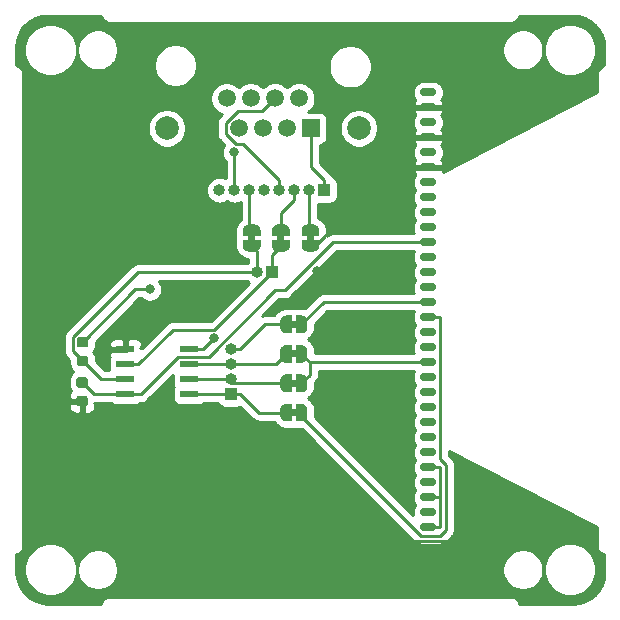
<source format=gbr>
G04 #@! TF.GenerationSoftware,KiCad,Pcbnew,5.1.2-f72e74a~84~ubuntu18.04.1*
G04 #@! TF.CreationDate,2019-06-24T22:58:02+09:00*
G04 #@! TF.ProjectId,dentureRS485,64656e74-7572-4655-9253-3438352e6b69,rev?*
G04 #@! TF.SameCoordinates,Original*
G04 #@! TF.FileFunction,Copper,L1,Top*
G04 #@! TF.FilePolarity,Positive*
%FSLAX46Y46*%
G04 Gerber Fmt 4.6, Leading zero omitted, Abs format (unit mm)*
G04 Created by KiCad (PCBNEW 5.1.2-f72e74a~84~ubuntu18.04.1) date 2019-06-24 22:58:02*
%MOMM*%
%LPD*%
G04 APERTURE LIST*
%ADD10C,0.500000*%
%ADD11C,0.100000*%
%ADD12R,1.000000X1.000000*%
%ADD13O,1.000000X1.000000*%
%ADD14R,1.500000X1.500000*%
%ADD15C,1.500000*%
%ADD16C,2.000000*%
%ADD17R,1.550000X0.600000*%
%ADD18C,0.875000*%
%ADD19O,1.400000X0.700000*%
%ADD20C,0.800000*%
%ADD21C,0.250000*%
%ADD22C,0.254000*%
G04 APERTURE END LIST*
D10*
X122959000Y-76233200D03*
D11*
G36*
X123459000Y-75933200D02*
G01*
X123859000Y-75933200D01*
X123859000Y-76533200D01*
X123459000Y-76533200D01*
X123459000Y-76983200D01*
X122959000Y-76983200D01*
X122959000Y-76982598D01*
X122934466Y-76982598D01*
X122885635Y-76977788D01*
X122837510Y-76968216D01*
X122790555Y-76953972D01*
X122745222Y-76935195D01*
X122701949Y-76912064D01*
X122661150Y-76884804D01*
X122623221Y-76853676D01*
X122588524Y-76818979D01*
X122557396Y-76781050D01*
X122530136Y-76740251D01*
X122507005Y-76696978D01*
X122488228Y-76651645D01*
X122473984Y-76604690D01*
X122464412Y-76556565D01*
X122459602Y-76507734D01*
X122459602Y-76483200D01*
X122459000Y-76483200D01*
X122459000Y-75983200D01*
X122459602Y-75983200D01*
X122459602Y-75958666D01*
X122464412Y-75909835D01*
X122473984Y-75861710D01*
X122488228Y-75814755D01*
X122507005Y-75769422D01*
X122530136Y-75726149D01*
X122557396Y-75685350D01*
X122588524Y-75647421D01*
X122623221Y-75612724D01*
X122661150Y-75581596D01*
X122701949Y-75554336D01*
X122745222Y-75531205D01*
X122790555Y-75512428D01*
X122837510Y-75498184D01*
X122885635Y-75488612D01*
X122934466Y-75483802D01*
X122959000Y-75483802D01*
X122959000Y-75483200D01*
X123459000Y-75483200D01*
X123459000Y-75933200D01*
X123459000Y-75933200D01*
G37*
D10*
X124259000Y-76233200D03*
D11*
G36*
X124259000Y-75483802D02*
G01*
X124283534Y-75483802D01*
X124332365Y-75488612D01*
X124380490Y-75498184D01*
X124427445Y-75512428D01*
X124472778Y-75531205D01*
X124516051Y-75554336D01*
X124556850Y-75581596D01*
X124594779Y-75612724D01*
X124629476Y-75647421D01*
X124660604Y-75685350D01*
X124687864Y-75726149D01*
X124710995Y-75769422D01*
X124729772Y-75814755D01*
X124744016Y-75861710D01*
X124753588Y-75909835D01*
X124758398Y-75958666D01*
X124758398Y-75983200D01*
X124759000Y-75983200D01*
X124759000Y-76483200D01*
X124758398Y-76483200D01*
X124758398Y-76507734D01*
X124753588Y-76556565D01*
X124744016Y-76604690D01*
X124729772Y-76651645D01*
X124710995Y-76696978D01*
X124687864Y-76740251D01*
X124660604Y-76781050D01*
X124629476Y-76818979D01*
X124594779Y-76853676D01*
X124556850Y-76884804D01*
X124516051Y-76912064D01*
X124472778Y-76935195D01*
X124427445Y-76953972D01*
X124380490Y-76968216D01*
X124332365Y-76977788D01*
X124283534Y-76982598D01*
X124259000Y-76982598D01*
X124259000Y-76983200D01*
X123759000Y-76983200D01*
X123759000Y-75483200D01*
X124259000Y-75483200D01*
X124259000Y-75483802D01*
X124259000Y-75483802D01*
G37*
D12*
X118259000Y-82153200D03*
D13*
X118259000Y-80883200D03*
X118259000Y-79613200D03*
X118259000Y-78343200D03*
D12*
X126205000Y-64871600D03*
D13*
X124935000Y-64871600D03*
X123665000Y-64871600D03*
X122395000Y-64871600D03*
X121125000Y-64871600D03*
X119855000Y-64871600D03*
X118585000Y-64871600D03*
X117315000Y-64871600D03*
D14*
X125070000Y-59639200D03*
D15*
X123030000Y-59639200D03*
X120990000Y-59639200D03*
X118950000Y-59639200D03*
X124050000Y-57099200D03*
X122010000Y-57099200D03*
X119970000Y-57099200D03*
X117930000Y-57099200D03*
D16*
X129115000Y-59639200D03*
X112865000Y-59639200D03*
D17*
X114757000Y-82157900D03*
X114757000Y-80887900D03*
X114757000Y-79617900D03*
X114757000Y-78347900D03*
X109357000Y-78347900D03*
X109357000Y-79617900D03*
X109357000Y-80887900D03*
X109357000Y-82157900D03*
D11*
G36*
X105956691Y-82291753D02*
G01*
X105977926Y-82294903D01*
X105998750Y-82300119D01*
X106018962Y-82307351D01*
X106038368Y-82316530D01*
X106056781Y-82327566D01*
X106074024Y-82340354D01*
X106089930Y-82354770D01*
X106104346Y-82370676D01*
X106117134Y-82387919D01*
X106128170Y-82406332D01*
X106137349Y-82425738D01*
X106144581Y-82445950D01*
X106149797Y-82466774D01*
X106152947Y-82488009D01*
X106154000Y-82509450D01*
X106154000Y-82946950D01*
X106152947Y-82968391D01*
X106149797Y-82989626D01*
X106144581Y-83010450D01*
X106137349Y-83030662D01*
X106128170Y-83050068D01*
X106117134Y-83068481D01*
X106104346Y-83085724D01*
X106089930Y-83101630D01*
X106074024Y-83116046D01*
X106056781Y-83128834D01*
X106038368Y-83139870D01*
X106018962Y-83149049D01*
X105998750Y-83156281D01*
X105977926Y-83161497D01*
X105956691Y-83164647D01*
X105935250Y-83165700D01*
X105422750Y-83165700D01*
X105401309Y-83164647D01*
X105380074Y-83161497D01*
X105359250Y-83156281D01*
X105339038Y-83149049D01*
X105319632Y-83139870D01*
X105301219Y-83128834D01*
X105283976Y-83116046D01*
X105268070Y-83101630D01*
X105253654Y-83085724D01*
X105240866Y-83068481D01*
X105229830Y-83050068D01*
X105220651Y-83030662D01*
X105213419Y-83010450D01*
X105208203Y-82989626D01*
X105205053Y-82968391D01*
X105204000Y-82946950D01*
X105204000Y-82509450D01*
X105205053Y-82488009D01*
X105208203Y-82466774D01*
X105213419Y-82445950D01*
X105220651Y-82425738D01*
X105229830Y-82406332D01*
X105240866Y-82387919D01*
X105253654Y-82370676D01*
X105268070Y-82354770D01*
X105283976Y-82340354D01*
X105301219Y-82327566D01*
X105319632Y-82316530D01*
X105339038Y-82307351D01*
X105359250Y-82300119D01*
X105380074Y-82294903D01*
X105401309Y-82291753D01*
X105422750Y-82290700D01*
X105935250Y-82290700D01*
X105956691Y-82291753D01*
X105956691Y-82291753D01*
G37*
D18*
X105679000Y-82728200D03*
D11*
G36*
X105956691Y-80716753D02*
G01*
X105977926Y-80719903D01*
X105998750Y-80725119D01*
X106018962Y-80732351D01*
X106038368Y-80741530D01*
X106056781Y-80752566D01*
X106074024Y-80765354D01*
X106089930Y-80779770D01*
X106104346Y-80795676D01*
X106117134Y-80812919D01*
X106128170Y-80831332D01*
X106137349Y-80850738D01*
X106144581Y-80870950D01*
X106149797Y-80891774D01*
X106152947Y-80913009D01*
X106154000Y-80934450D01*
X106154000Y-81371950D01*
X106152947Y-81393391D01*
X106149797Y-81414626D01*
X106144581Y-81435450D01*
X106137349Y-81455662D01*
X106128170Y-81475068D01*
X106117134Y-81493481D01*
X106104346Y-81510724D01*
X106089930Y-81526630D01*
X106074024Y-81541046D01*
X106056781Y-81553834D01*
X106038368Y-81564870D01*
X106018962Y-81574049D01*
X105998750Y-81581281D01*
X105977926Y-81586497D01*
X105956691Y-81589647D01*
X105935250Y-81590700D01*
X105422750Y-81590700D01*
X105401309Y-81589647D01*
X105380074Y-81586497D01*
X105359250Y-81581281D01*
X105339038Y-81574049D01*
X105319632Y-81564870D01*
X105301219Y-81553834D01*
X105283976Y-81541046D01*
X105268070Y-81526630D01*
X105253654Y-81510724D01*
X105240866Y-81493481D01*
X105229830Y-81475068D01*
X105220651Y-81455662D01*
X105213419Y-81435450D01*
X105208203Y-81414626D01*
X105205053Y-81393391D01*
X105204000Y-81371950D01*
X105204000Y-80934450D01*
X105205053Y-80913009D01*
X105208203Y-80891774D01*
X105213419Y-80870950D01*
X105220651Y-80850738D01*
X105229830Y-80831332D01*
X105240866Y-80812919D01*
X105253654Y-80795676D01*
X105268070Y-80779770D01*
X105283976Y-80765354D01*
X105301219Y-80752566D01*
X105319632Y-80741530D01*
X105339038Y-80732351D01*
X105359250Y-80725119D01*
X105380074Y-80719903D01*
X105401309Y-80716753D01*
X105422750Y-80715700D01*
X105935250Y-80715700D01*
X105956691Y-80716753D01*
X105956691Y-80716753D01*
G37*
D18*
X105679000Y-81153200D03*
D11*
G36*
X106006691Y-77321753D02*
G01*
X106027926Y-77324903D01*
X106048750Y-77330119D01*
X106068962Y-77337351D01*
X106088368Y-77346530D01*
X106106781Y-77357566D01*
X106124024Y-77370354D01*
X106139930Y-77384770D01*
X106154346Y-77400676D01*
X106167134Y-77417919D01*
X106178170Y-77436332D01*
X106187349Y-77455738D01*
X106194581Y-77475950D01*
X106199797Y-77496774D01*
X106202947Y-77518009D01*
X106204000Y-77539450D01*
X106204000Y-77976950D01*
X106202947Y-77998391D01*
X106199797Y-78019626D01*
X106194581Y-78040450D01*
X106187349Y-78060662D01*
X106178170Y-78080068D01*
X106167134Y-78098481D01*
X106154346Y-78115724D01*
X106139930Y-78131630D01*
X106124024Y-78146046D01*
X106106781Y-78158834D01*
X106088368Y-78169870D01*
X106068962Y-78179049D01*
X106048750Y-78186281D01*
X106027926Y-78191497D01*
X106006691Y-78194647D01*
X105985250Y-78195700D01*
X105472750Y-78195700D01*
X105451309Y-78194647D01*
X105430074Y-78191497D01*
X105409250Y-78186281D01*
X105389038Y-78179049D01*
X105369632Y-78169870D01*
X105351219Y-78158834D01*
X105333976Y-78146046D01*
X105318070Y-78131630D01*
X105303654Y-78115724D01*
X105290866Y-78098481D01*
X105279830Y-78080068D01*
X105270651Y-78060662D01*
X105263419Y-78040450D01*
X105258203Y-78019626D01*
X105255053Y-77998391D01*
X105254000Y-77976950D01*
X105254000Y-77539450D01*
X105255053Y-77518009D01*
X105258203Y-77496774D01*
X105263419Y-77475950D01*
X105270651Y-77455738D01*
X105279830Y-77436332D01*
X105290866Y-77417919D01*
X105303654Y-77400676D01*
X105318070Y-77384770D01*
X105333976Y-77370354D01*
X105351219Y-77357566D01*
X105369632Y-77346530D01*
X105389038Y-77337351D01*
X105409250Y-77330119D01*
X105430074Y-77324903D01*
X105451309Y-77321753D01*
X105472750Y-77320700D01*
X105985250Y-77320700D01*
X106006691Y-77321753D01*
X106006691Y-77321753D01*
G37*
D18*
X105729000Y-77758200D03*
D11*
G36*
X106006691Y-78896753D02*
G01*
X106027926Y-78899903D01*
X106048750Y-78905119D01*
X106068962Y-78912351D01*
X106088368Y-78921530D01*
X106106781Y-78932566D01*
X106124024Y-78945354D01*
X106139930Y-78959770D01*
X106154346Y-78975676D01*
X106167134Y-78992919D01*
X106178170Y-79011332D01*
X106187349Y-79030738D01*
X106194581Y-79050950D01*
X106199797Y-79071774D01*
X106202947Y-79093009D01*
X106204000Y-79114450D01*
X106204000Y-79551950D01*
X106202947Y-79573391D01*
X106199797Y-79594626D01*
X106194581Y-79615450D01*
X106187349Y-79635662D01*
X106178170Y-79655068D01*
X106167134Y-79673481D01*
X106154346Y-79690724D01*
X106139930Y-79706630D01*
X106124024Y-79721046D01*
X106106781Y-79733834D01*
X106088368Y-79744870D01*
X106068962Y-79754049D01*
X106048750Y-79761281D01*
X106027926Y-79766497D01*
X106006691Y-79769647D01*
X105985250Y-79770700D01*
X105472750Y-79770700D01*
X105451309Y-79769647D01*
X105430074Y-79766497D01*
X105409250Y-79761281D01*
X105389038Y-79754049D01*
X105369632Y-79744870D01*
X105351219Y-79733834D01*
X105333976Y-79721046D01*
X105318070Y-79706630D01*
X105303654Y-79690724D01*
X105290866Y-79673481D01*
X105279830Y-79655068D01*
X105270651Y-79635662D01*
X105263419Y-79615450D01*
X105258203Y-79594626D01*
X105255053Y-79573391D01*
X105254000Y-79551950D01*
X105254000Y-79114450D01*
X105255053Y-79093009D01*
X105258203Y-79071774D01*
X105263419Y-79050950D01*
X105270651Y-79030738D01*
X105279830Y-79011332D01*
X105290866Y-78992919D01*
X105303654Y-78975676D01*
X105318070Y-78959770D01*
X105333976Y-78945354D01*
X105351219Y-78932566D01*
X105369632Y-78921530D01*
X105389038Y-78912351D01*
X105409250Y-78905119D01*
X105430074Y-78899903D01*
X105451309Y-78896753D01*
X105472750Y-78895700D01*
X105985250Y-78895700D01*
X106006691Y-78896753D01*
X106006691Y-78896753D01*
G37*
D18*
X105729000Y-79333200D03*
D12*
X121769000Y-71813200D03*
D13*
X120499000Y-71813200D03*
D10*
X124259000Y-83703200D03*
D11*
G36*
X124259000Y-82953802D02*
G01*
X124283534Y-82953802D01*
X124332365Y-82958612D01*
X124380490Y-82968184D01*
X124427445Y-82982428D01*
X124472778Y-83001205D01*
X124516051Y-83024336D01*
X124556850Y-83051596D01*
X124594779Y-83082724D01*
X124629476Y-83117421D01*
X124660604Y-83155350D01*
X124687864Y-83196149D01*
X124710995Y-83239422D01*
X124729772Y-83284755D01*
X124744016Y-83331710D01*
X124753588Y-83379835D01*
X124758398Y-83428666D01*
X124758398Y-83453200D01*
X124759000Y-83453200D01*
X124759000Y-83953200D01*
X124758398Y-83953200D01*
X124758398Y-83977734D01*
X124753588Y-84026565D01*
X124744016Y-84074690D01*
X124729772Y-84121645D01*
X124710995Y-84166978D01*
X124687864Y-84210251D01*
X124660604Y-84251050D01*
X124629476Y-84288979D01*
X124594779Y-84323676D01*
X124556850Y-84354804D01*
X124516051Y-84382064D01*
X124472778Y-84405195D01*
X124427445Y-84423972D01*
X124380490Y-84438216D01*
X124332365Y-84447788D01*
X124283534Y-84452598D01*
X124259000Y-84452598D01*
X124259000Y-84453200D01*
X123759000Y-84453200D01*
X123759000Y-82953200D01*
X124259000Y-82953200D01*
X124259000Y-82953802D01*
X124259000Y-82953802D01*
G37*
D10*
X122959000Y-83703200D03*
D11*
G36*
X123459000Y-83403200D02*
G01*
X123859000Y-83403200D01*
X123859000Y-84003200D01*
X123459000Y-84003200D01*
X123459000Y-84453200D01*
X122959000Y-84453200D01*
X122959000Y-84452598D01*
X122934466Y-84452598D01*
X122885635Y-84447788D01*
X122837510Y-84438216D01*
X122790555Y-84423972D01*
X122745222Y-84405195D01*
X122701949Y-84382064D01*
X122661150Y-84354804D01*
X122623221Y-84323676D01*
X122588524Y-84288979D01*
X122557396Y-84251050D01*
X122530136Y-84210251D01*
X122507005Y-84166978D01*
X122488228Y-84121645D01*
X122473984Y-84074690D01*
X122464412Y-84026565D01*
X122459602Y-83977734D01*
X122459602Y-83953200D01*
X122459000Y-83953200D01*
X122459000Y-83453200D01*
X122459602Y-83453200D01*
X122459602Y-83428666D01*
X122464412Y-83379835D01*
X122473984Y-83331710D01*
X122488228Y-83284755D01*
X122507005Y-83239422D01*
X122530136Y-83196149D01*
X122557396Y-83155350D01*
X122588524Y-83117421D01*
X122623221Y-83082724D01*
X122661150Y-83051596D01*
X122701949Y-83024336D01*
X122745222Y-83001205D01*
X122790555Y-82982428D01*
X122837510Y-82968184D01*
X122885635Y-82958612D01*
X122934466Y-82953802D01*
X122959000Y-82953802D01*
X122959000Y-82953200D01*
X123459000Y-82953200D01*
X123459000Y-83403200D01*
X123459000Y-83403200D01*
G37*
D10*
X122959000Y-81223200D03*
D11*
G36*
X123459000Y-80923200D02*
G01*
X123859000Y-80923200D01*
X123859000Y-81523200D01*
X123459000Y-81523200D01*
X123459000Y-81973200D01*
X122959000Y-81973200D01*
X122959000Y-81972598D01*
X122934466Y-81972598D01*
X122885635Y-81967788D01*
X122837510Y-81958216D01*
X122790555Y-81943972D01*
X122745222Y-81925195D01*
X122701949Y-81902064D01*
X122661150Y-81874804D01*
X122623221Y-81843676D01*
X122588524Y-81808979D01*
X122557396Y-81771050D01*
X122530136Y-81730251D01*
X122507005Y-81686978D01*
X122488228Y-81641645D01*
X122473984Y-81594690D01*
X122464412Y-81546565D01*
X122459602Y-81497734D01*
X122459602Y-81473200D01*
X122459000Y-81473200D01*
X122459000Y-80973200D01*
X122459602Y-80973200D01*
X122459602Y-80948666D01*
X122464412Y-80899835D01*
X122473984Y-80851710D01*
X122488228Y-80804755D01*
X122507005Y-80759422D01*
X122530136Y-80716149D01*
X122557396Y-80675350D01*
X122588524Y-80637421D01*
X122623221Y-80602724D01*
X122661150Y-80571596D01*
X122701949Y-80544336D01*
X122745222Y-80521205D01*
X122790555Y-80502428D01*
X122837510Y-80488184D01*
X122885635Y-80478612D01*
X122934466Y-80473802D01*
X122959000Y-80473802D01*
X122959000Y-80473200D01*
X123459000Y-80473200D01*
X123459000Y-80923200D01*
X123459000Y-80923200D01*
G37*
D10*
X124259000Y-81223200D03*
D11*
G36*
X124259000Y-80473802D02*
G01*
X124283534Y-80473802D01*
X124332365Y-80478612D01*
X124380490Y-80488184D01*
X124427445Y-80502428D01*
X124472778Y-80521205D01*
X124516051Y-80544336D01*
X124556850Y-80571596D01*
X124594779Y-80602724D01*
X124629476Y-80637421D01*
X124660604Y-80675350D01*
X124687864Y-80716149D01*
X124710995Y-80759422D01*
X124729772Y-80804755D01*
X124744016Y-80851710D01*
X124753588Y-80899835D01*
X124758398Y-80948666D01*
X124758398Y-80973200D01*
X124759000Y-80973200D01*
X124759000Y-81473200D01*
X124758398Y-81473200D01*
X124758398Y-81497734D01*
X124753588Y-81546565D01*
X124744016Y-81594690D01*
X124729772Y-81641645D01*
X124710995Y-81686978D01*
X124687864Y-81730251D01*
X124660604Y-81771050D01*
X124629476Y-81808979D01*
X124594779Y-81843676D01*
X124556850Y-81874804D01*
X124516051Y-81902064D01*
X124472778Y-81925195D01*
X124427445Y-81943972D01*
X124380490Y-81958216D01*
X124332365Y-81967788D01*
X124283534Y-81972598D01*
X124259000Y-81972598D01*
X124259000Y-81973200D01*
X123759000Y-81973200D01*
X123759000Y-80473200D01*
X124259000Y-80473200D01*
X124259000Y-80473802D01*
X124259000Y-80473802D01*
G37*
D10*
X124259000Y-78733200D03*
D11*
G36*
X124259000Y-77983802D02*
G01*
X124283534Y-77983802D01*
X124332365Y-77988612D01*
X124380490Y-77998184D01*
X124427445Y-78012428D01*
X124472778Y-78031205D01*
X124516051Y-78054336D01*
X124556850Y-78081596D01*
X124594779Y-78112724D01*
X124629476Y-78147421D01*
X124660604Y-78185350D01*
X124687864Y-78226149D01*
X124710995Y-78269422D01*
X124729772Y-78314755D01*
X124744016Y-78361710D01*
X124753588Y-78409835D01*
X124758398Y-78458666D01*
X124758398Y-78483200D01*
X124759000Y-78483200D01*
X124759000Y-78983200D01*
X124758398Y-78983200D01*
X124758398Y-79007734D01*
X124753588Y-79056565D01*
X124744016Y-79104690D01*
X124729772Y-79151645D01*
X124710995Y-79196978D01*
X124687864Y-79240251D01*
X124660604Y-79281050D01*
X124629476Y-79318979D01*
X124594779Y-79353676D01*
X124556850Y-79384804D01*
X124516051Y-79412064D01*
X124472778Y-79435195D01*
X124427445Y-79453972D01*
X124380490Y-79468216D01*
X124332365Y-79477788D01*
X124283534Y-79482598D01*
X124259000Y-79482598D01*
X124259000Y-79483200D01*
X123759000Y-79483200D01*
X123759000Y-77983200D01*
X124259000Y-77983200D01*
X124259000Y-77983802D01*
X124259000Y-77983802D01*
G37*
D10*
X122959000Y-78733200D03*
D11*
G36*
X123459000Y-78433200D02*
G01*
X123859000Y-78433200D01*
X123859000Y-79033200D01*
X123459000Y-79033200D01*
X123459000Y-79483200D01*
X122959000Y-79483200D01*
X122959000Y-79482598D01*
X122934466Y-79482598D01*
X122885635Y-79477788D01*
X122837510Y-79468216D01*
X122790555Y-79453972D01*
X122745222Y-79435195D01*
X122701949Y-79412064D01*
X122661150Y-79384804D01*
X122623221Y-79353676D01*
X122588524Y-79318979D01*
X122557396Y-79281050D01*
X122530136Y-79240251D01*
X122507005Y-79196978D01*
X122488228Y-79151645D01*
X122473984Y-79104690D01*
X122464412Y-79056565D01*
X122459602Y-79007734D01*
X122459602Y-78983200D01*
X122459000Y-78983200D01*
X122459000Y-78483200D01*
X122459602Y-78483200D01*
X122459602Y-78458666D01*
X122464412Y-78409835D01*
X122473984Y-78361710D01*
X122488228Y-78314755D01*
X122507005Y-78269422D01*
X122530136Y-78226149D01*
X122557396Y-78185350D01*
X122588524Y-78147421D01*
X122623221Y-78112724D01*
X122661150Y-78081596D01*
X122701949Y-78054336D01*
X122745222Y-78031205D01*
X122790555Y-78012428D01*
X122837510Y-77998184D01*
X122885635Y-77988612D01*
X122934466Y-77983802D01*
X122959000Y-77983802D01*
X122959000Y-77983200D01*
X123459000Y-77983200D01*
X123459000Y-78433200D01*
X123459000Y-78433200D01*
G37*
D10*
X120039000Y-68273200D03*
D11*
G36*
X120339000Y-68773200D02*
G01*
X120339000Y-69173200D01*
X119739000Y-69173200D01*
X119739000Y-68773200D01*
X119289000Y-68773200D01*
X119289000Y-68273200D01*
X119289602Y-68273200D01*
X119289602Y-68248666D01*
X119294412Y-68199835D01*
X119303984Y-68151710D01*
X119318228Y-68104755D01*
X119337005Y-68059422D01*
X119360136Y-68016149D01*
X119387396Y-67975350D01*
X119418524Y-67937421D01*
X119453221Y-67902724D01*
X119491150Y-67871596D01*
X119531949Y-67844336D01*
X119575222Y-67821205D01*
X119620555Y-67802428D01*
X119667510Y-67788184D01*
X119715635Y-67778612D01*
X119764466Y-67773802D01*
X119789000Y-67773802D01*
X119789000Y-67773200D01*
X120289000Y-67773200D01*
X120289000Y-67773802D01*
X120313534Y-67773802D01*
X120362365Y-67778612D01*
X120410490Y-67788184D01*
X120457445Y-67802428D01*
X120502778Y-67821205D01*
X120546051Y-67844336D01*
X120586850Y-67871596D01*
X120624779Y-67902724D01*
X120659476Y-67937421D01*
X120690604Y-67975350D01*
X120717864Y-68016149D01*
X120740995Y-68059422D01*
X120759772Y-68104755D01*
X120774016Y-68151710D01*
X120783588Y-68199835D01*
X120788398Y-68248666D01*
X120788398Y-68273200D01*
X120789000Y-68273200D01*
X120789000Y-68773200D01*
X120339000Y-68773200D01*
X120339000Y-68773200D01*
G37*
D10*
X120039000Y-69573200D03*
D11*
G36*
X120788398Y-69573200D02*
G01*
X120788398Y-69597734D01*
X120783588Y-69646565D01*
X120774016Y-69694690D01*
X120759772Y-69741645D01*
X120740995Y-69786978D01*
X120717864Y-69830251D01*
X120690604Y-69871050D01*
X120659476Y-69908979D01*
X120624779Y-69943676D01*
X120586850Y-69974804D01*
X120546051Y-70002064D01*
X120502778Y-70025195D01*
X120457445Y-70043972D01*
X120410490Y-70058216D01*
X120362365Y-70067788D01*
X120313534Y-70072598D01*
X120289000Y-70072598D01*
X120289000Y-70073200D01*
X119789000Y-70073200D01*
X119789000Y-70072598D01*
X119764466Y-70072598D01*
X119715635Y-70067788D01*
X119667510Y-70058216D01*
X119620555Y-70043972D01*
X119575222Y-70025195D01*
X119531949Y-70002064D01*
X119491150Y-69974804D01*
X119453221Y-69943676D01*
X119418524Y-69908979D01*
X119387396Y-69871050D01*
X119360136Y-69830251D01*
X119337005Y-69786978D01*
X119318228Y-69741645D01*
X119303984Y-69694690D01*
X119294412Y-69646565D01*
X119289602Y-69597734D01*
X119289602Y-69573200D01*
X119289000Y-69573200D01*
X119289000Y-69073200D01*
X120789000Y-69073200D01*
X120789000Y-69573200D01*
X120788398Y-69573200D01*
X120788398Y-69573200D01*
G37*
D10*
X122519000Y-68273200D03*
D11*
G36*
X122819000Y-68773200D02*
G01*
X122819000Y-69173200D01*
X122219000Y-69173200D01*
X122219000Y-68773200D01*
X121769000Y-68773200D01*
X121769000Y-68273200D01*
X121769602Y-68273200D01*
X121769602Y-68248666D01*
X121774412Y-68199835D01*
X121783984Y-68151710D01*
X121798228Y-68104755D01*
X121817005Y-68059422D01*
X121840136Y-68016149D01*
X121867396Y-67975350D01*
X121898524Y-67937421D01*
X121933221Y-67902724D01*
X121971150Y-67871596D01*
X122011949Y-67844336D01*
X122055222Y-67821205D01*
X122100555Y-67802428D01*
X122147510Y-67788184D01*
X122195635Y-67778612D01*
X122244466Y-67773802D01*
X122269000Y-67773802D01*
X122269000Y-67773200D01*
X122769000Y-67773200D01*
X122769000Y-67773802D01*
X122793534Y-67773802D01*
X122842365Y-67778612D01*
X122890490Y-67788184D01*
X122937445Y-67802428D01*
X122982778Y-67821205D01*
X123026051Y-67844336D01*
X123066850Y-67871596D01*
X123104779Y-67902724D01*
X123139476Y-67937421D01*
X123170604Y-67975350D01*
X123197864Y-68016149D01*
X123220995Y-68059422D01*
X123239772Y-68104755D01*
X123254016Y-68151710D01*
X123263588Y-68199835D01*
X123268398Y-68248666D01*
X123268398Y-68273200D01*
X123269000Y-68273200D01*
X123269000Y-68773200D01*
X122819000Y-68773200D01*
X122819000Y-68773200D01*
G37*
D10*
X122519000Y-69573200D03*
D11*
G36*
X123268398Y-69573200D02*
G01*
X123268398Y-69597734D01*
X123263588Y-69646565D01*
X123254016Y-69694690D01*
X123239772Y-69741645D01*
X123220995Y-69786978D01*
X123197864Y-69830251D01*
X123170604Y-69871050D01*
X123139476Y-69908979D01*
X123104779Y-69943676D01*
X123066850Y-69974804D01*
X123026051Y-70002064D01*
X122982778Y-70025195D01*
X122937445Y-70043972D01*
X122890490Y-70058216D01*
X122842365Y-70067788D01*
X122793534Y-70072598D01*
X122769000Y-70072598D01*
X122769000Y-70073200D01*
X122269000Y-70073200D01*
X122269000Y-70072598D01*
X122244466Y-70072598D01*
X122195635Y-70067788D01*
X122147510Y-70058216D01*
X122100555Y-70043972D01*
X122055222Y-70025195D01*
X122011949Y-70002064D01*
X121971150Y-69974804D01*
X121933221Y-69943676D01*
X121898524Y-69908979D01*
X121867396Y-69871050D01*
X121840136Y-69830251D01*
X121817005Y-69786978D01*
X121798228Y-69741645D01*
X121783984Y-69694690D01*
X121774412Y-69646565D01*
X121769602Y-69597734D01*
X121769602Y-69573200D01*
X121769000Y-69573200D01*
X121769000Y-69073200D01*
X123269000Y-69073200D01*
X123269000Y-69573200D01*
X123268398Y-69573200D01*
X123268398Y-69573200D01*
G37*
D10*
X125019000Y-69573200D03*
D11*
G36*
X125768398Y-69573200D02*
G01*
X125768398Y-69597734D01*
X125763588Y-69646565D01*
X125754016Y-69694690D01*
X125739772Y-69741645D01*
X125720995Y-69786978D01*
X125697864Y-69830251D01*
X125670604Y-69871050D01*
X125639476Y-69908979D01*
X125604779Y-69943676D01*
X125566850Y-69974804D01*
X125526051Y-70002064D01*
X125482778Y-70025195D01*
X125437445Y-70043972D01*
X125390490Y-70058216D01*
X125342365Y-70067788D01*
X125293534Y-70072598D01*
X125269000Y-70072598D01*
X125269000Y-70073200D01*
X124769000Y-70073200D01*
X124769000Y-70072598D01*
X124744466Y-70072598D01*
X124695635Y-70067788D01*
X124647510Y-70058216D01*
X124600555Y-70043972D01*
X124555222Y-70025195D01*
X124511949Y-70002064D01*
X124471150Y-69974804D01*
X124433221Y-69943676D01*
X124398524Y-69908979D01*
X124367396Y-69871050D01*
X124340136Y-69830251D01*
X124317005Y-69786978D01*
X124298228Y-69741645D01*
X124283984Y-69694690D01*
X124274412Y-69646565D01*
X124269602Y-69597734D01*
X124269602Y-69573200D01*
X124269000Y-69573200D01*
X124269000Y-69073200D01*
X125769000Y-69073200D01*
X125769000Y-69573200D01*
X125768398Y-69573200D01*
X125768398Y-69573200D01*
G37*
D10*
X125019000Y-68273200D03*
D11*
G36*
X125319000Y-68773200D02*
G01*
X125319000Y-69173200D01*
X124719000Y-69173200D01*
X124719000Y-68773200D01*
X124269000Y-68773200D01*
X124269000Y-68273200D01*
X124269602Y-68273200D01*
X124269602Y-68248666D01*
X124274412Y-68199835D01*
X124283984Y-68151710D01*
X124298228Y-68104755D01*
X124317005Y-68059422D01*
X124340136Y-68016149D01*
X124367396Y-67975350D01*
X124398524Y-67937421D01*
X124433221Y-67902724D01*
X124471150Y-67871596D01*
X124511949Y-67844336D01*
X124555222Y-67821205D01*
X124600555Y-67802428D01*
X124647510Y-67788184D01*
X124695635Y-67778612D01*
X124744466Y-67773802D01*
X124769000Y-67773802D01*
X124769000Y-67773200D01*
X125269000Y-67773200D01*
X125269000Y-67773802D01*
X125293534Y-67773802D01*
X125342365Y-67778612D01*
X125390490Y-67788184D01*
X125437445Y-67802428D01*
X125482778Y-67821205D01*
X125526051Y-67844336D01*
X125566850Y-67871596D01*
X125604779Y-67902724D01*
X125639476Y-67937421D01*
X125670604Y-67975350D01*
X125697864Y-68016149D01*
X125720995Y-68059422D01*
X125739772Y-68104755D01*
X125754016Y-68151710D01*
X125763588Y-68199835D01*
X125768398Y-68248666D01*
X125768398Y-68273200D01*
X125769000Y-68273200D01*
X125769000Y-68773200D01*
X125319000Y-68773200D01*
X125319000Y-68773200D01*
G37*
D19*
X135000000Y-56585000D03*
X135000000Y-57855000D03*
X135000000Y-59125000D03*
X135000000Y-60395000D03*
X135000000Y-61665000D03*
X135000000Y-62935000D03*
X135000000Y-64205000D03*
X135000000Y-65475000D03*
X135000000Y-66745000D03*
X135000000Y-68015000D03*
X135000000Y-69285000D03*
X135000000Y-70555000D03*
X135000000Y-71825000D03*
X135000000Y-73095000D03*
X135000000Y-74365000D03*
X135000000Y-75635000D03*
X135000000Y-76905000D03*
X135000000Y-78175000D03*
X135000000Y-79445000D03*
X135000000Y-80715000D03*
X135000000Y-81985000D03*
X135000000Y-83255000D03*
X135000000Y-84525000D03*
X135000000Y-85795000D03*
X135000000Y-87065000D03*
X135000000Y-88335000D03*
X135000000Y-89605000D03*
X135000000Y-90875000D03*
X135000000Y-92145000D03*
X135000000Y-93415000D03*
D20*
X132868800Y-62953200D03*
X125555053Y-71679453D03*
X139578800Y-93193200D03*
X105795309Y-94437674D03*
X105484039Y-55378439D03*
X110158800Y-76503200D03*
X128798800Y-84413200D03*
X128718800Y-77713200D03*
X141778800Y-56883200D03*
X118531700Y-61673500D03*
X111424600Y-73285600D03*
X116874000Y-77427000D03*
D21*
X135000000Y-62935000D02*
X132887000Y-62935000D01*
X132887000Y-62935000D02*
X132868800Y-62953200D01*
X132048634Y-62953200D02*
X132303115Y-62953200D01*
X125428634Y-69573200D02*
X132048634Y-62953200D01*
X132303115Y-62953200D02*
X132868800Y-62953200D01*
X125019000Y-69573200D02*
X125428634Y-69573200D01*
X105926145Y-94568510D02*
X105795309Y-94437674D01*
X139578800Y-93193200D02*
X138203490Y-94568510D01*
X138203490Y-94568510D02*
X105926145Y-94568510D01*
X105679000Y-81153200D02*
X106683700Y-82157900D01*
X106683700Y-82157900D02*
X109357000Y-82157900D01*
X135000000Y-69285000D02*
X126924200Y-69285000D01*
X126924200Y-69285000D02*
X122841900Y-73367300D01*
X122841900Y-73367300D02*
X122012800Y-73367300D01*
X122012800Y-73367300D02*
X116406800Y-78973300D01*
X116406800Y-78973300D02*
X113835500Y-78973300D01*
X113835500Y-78973300D02*
X110650900Y-82157900D01*
X110650900Y-82157900D02*
X109357000Y-82157900D01*
X118259000Y-82153200D02*
X117433700Y-82153200D01*
X114757000Y-82157900D02*
X117429000Y-82157900D01*
X117429000Y-82157900D02*
X117433700Y-82153200D01*
X118259000Y-82153200D02*
X119084300Y-82153200D01*
X122959000Y-83703200D02*
X120634300Y-83703200D01*
X120634300Y-83703200D02*
X119084300Y-82153200D01*
X118048400Y-80883200D02*
X118388400Y-81223200D01*
X118388400Y-81223200D02*
X122959000Y-81223200D01*
X118048400Y-80883200D02*
X117433700Y-80883200D01*
X118259000Y-80883200D02*
X118048400Y-80883200D01*
X114757000Y-80887900D02*
X117429000Y-80887900D01*
X117429000Y-80887900D02*
X117433700Y-80883200D01*
X118259000Y-79613200D02*
X122079000Y-79613200D01*
X122079000Y-79613200D02*
X122959000Y-78733200D01*
X118048400Y-79613200D02*
X118259000Y-79613200D01*
X118048400Y-79613200D02*
X117433700Y-79613200D01*
X114757000Y-79617900D02*
X117429000Y-79617900D01*
X117429000Y-79617900D02*
X117433700Y-79613200D01*
X126205000Y-64871600D02*
X126205000Y-64046300D01*
X125070000Y-59639200D02*
X125070000Y-62911300D01*
X125070000Y-62911300D02*
X126205000Y-64046300D01*
X125019000Y-68273200D02*
X124935000Y-68189200D01*
X124935000Y-68189200D02*
X124935000Y-64871600D01*
X123665000Y-64871600D02*
X123665000Y-65696900D01*
X122519000Y-68273200D02*
X122519000Y-66842900D01*
X122519000Y-66842900D02*
X123665000Y-65696900D01*
X122395000Y-64046300D02*
X119296900Y-60948200D01*
X119296900Y-60948200D02*
X118677900Y-60948200D01*
X118677900Y-60948200D02*
X117836500Y-60106800D01*
X117836500Y-60106800D02*
X117836500Y-59185100D01*
X117836500Y-59185100D02*
X118847000Y-58174600D01*
X118847000Y-58174600D02*
X120934600Y-58174600D01*
X120934600Y-58174600D02*
X122010000Y-57099200D01*
X122395000Y-64871600D02*
X122395000Y-64046300D01*
X120039000Y-68273200D02*
X119855000Y-68089200D01*
X119855000Y-68089200D02*
X119855000Y-64871600D01*
X118531700Y-61673500D02*
X118585000Y-61726800D01*
X118585000Y-61726800D02*
X118585000Y-64871600D01*
X135000000Y-74365000D02*
X126127200Y-74365000D01*
X126127200Y-74365000D02*
X124259000Y-76233200D01*
X135000000Y-75635000D02*
X136025300Y-75635000D01*
X136025300Y-75635000D02*
X136025300Y-87659800D01*
X136025300Y-87659800D02*
X136505900Y-88140400D01*
X136505900Y-88140400D02*
X136505900Y-93621200D01*
X136505900Y-93621200D02*
X136008600Y-94118500D01*
X136008600Y-94118500D02*
X134366100Y-94118500D01*
X134366100Y-94118500D02*
X124259000Y-84011400D01*
X124259000Y-84011400D02*
X124259000Y-83703200D01*
X124970800Y-79445000D02*
X124259000Y-78733200D01*
X135000000Y-79445000D02*
X124970800Y-79445000D01*
X124970800Y-79445000D02*
X124970800Y-80511400D01*
X124970800Y-80511400D02*
X124259000Y-81223200D01*
X135000000Y-88335000D02*
X136025300Y-88335000D01*
X136025300Y-90875000D02*
X136025300Y-88335000D01*
X135912700Y-90875000D02*
X136025300Y-90875000D01*
X135000000Y-90875000D02*
X135912700Y-90875000D01*
X135000000Y-93415000D02*
X136025300Y-93415000D01*
X136025300Y-93415000D02*
X136025300Y-90875000D01*
X121769000Y-71813200D02*
X116880500Y-76701700D01*
X116880500Y-76701700D02*
X113373600Y-76701700D01*
X113373600Y-76701700D02*
X110457400Y-79617900D01*
X110457400Y-79617900D02*
X109357000Y-79617900D01*
X111424600Y-73285600D02*
X110201600Y-73285600D01*
X110201600Y-73285600D02*
X105729000Y-77758200D01*
X122519000Y-69573200D02*
X121769000Y-70323200D01*
X121769000Y-70323200D02*
X121769000Y-71813200D01*
X120499000Y-71813200D02*
X110429500Y-71813200D01*
X110429500Y-71813200D02*
X104927900Y-77314800D01*
X104927900Y-77314800D02*
X104927900Y-78532100D01*
X104927900Y-78532100D02*
X105729000Y-79333200D01*
X105729000Y-79333200D02*
X107283700Y-80887900D01*
X107283700Y-80887900D02*
X109357000Y-80887900D01*
X120039000Y-69573200D02*
X120499000Y-70033200D01*
X120499000Y-70033200D02*
X120499000Y-71813200D01*
X118259000Y-78343200D02*
X119084300Y-78343200D01*
X119084300Y-78343200D02*
X121194300Y-76233200D01*
X121194300Y-76233200D02*
X122959000Y-76233200D01*
X114757000Y-78347900D02*
X115953100Y-78347900D01*
X115953100Y-78347900D02*
X116874000Y-77427000D01*
D22*
G36*
X107300273Y-50139184D02*
G01*
X107340872Y-50273020D01*
X107406800Y-50396363D01*
X107495525Y-50504475D01*
X107575128Y-50569803D01*
X107603637Y-50593200D01*
X107726980Y-50659128D01*
X107860816Y-50699727D01*
X108000000Y-50713435D01*
X108034877Y-50710000D01*
X141965123Y-50710000D01*
X142000000Y-50713435D01*
X142034877Y-50710000D01*
X142139184Y-50699727D01*
X142273020Y-50659128D01*
X142396363Y-50593200D01*
X142504475Y-50504475D01*
X142593200Y-50396363D01*
X142659128Y-50273020D01*
X142699727Y-50139184D01*
X142702187Y-50114200D01*
X147208106Y-50114200D01*
X147721830Y-50164571D01*
X148223785Y-50316120D01*
X148686737Y-50562276D01*
X149093069Y-50893673D01*
X149427287Y-51297672D01*
X149676672Y-51758898D01*
X149831722Y-52259785D01*
X149847300Y-52408001D01*
X149847300Y-54304373D01*
X149726980Y-54340872D01*
X149603637Y-54406800D01*
X149495525Y-54495525D01*
X149406800Y-54603637D01*
X149340872Y-54726980D01*
X149300273Y-54860816D01*
X149286565Y-55000000D01*
X149290000Y-55034877D01*
X149290001Y-56568377D01*
X136256544Y-63326466D01*
X136294885Y-63213238D01*
X136166431Y-63062000D01*
X135127000Y-63062000D01*
X135127000Y-63082000D01*
X134873000Y-63082000D01*
X134873000Y-63062000D01*
X133833569Y-63062000D01*
X133705115Y-63213238D01*
X133760446Y-63376641D01*
X133863698Y-63541698D01*
X133893845Y-63573714D01*
X133827040Y-63655116D01*
X133735576Y-63826233D01*
X133679253Y-64011906D01*
X133660235Y-64205000D01*
X133679253Y-64398094D01*
X133735576Y-64583767D01*
X133827040Y-64754884D01*
X133896893Y-64840000D01*
X133827040Y-64925116D01*
X133735576Y-65096233D01*
X133679253Y-65281906D01*
X133660235Y-65475000D01*
X133679253Y-65668094D01*
X133735576Y-65853767D01*
X133827040Y-66024884D01*
X133896893Y-66110000D01*
X133827040Y-66195116D01*
X133735576Y-66366233D01*
X133679253Y-66551906D01*
X133660235Y-66745000D01*
X133679253Y-66938094D01*
X133735576Y-67123767D01*
X133827040Y-67294884D01*
X133896893Y-67380000D01*
X133827040Y-67465116D01*
X133735576Y-67636233D01*
X133679253Y-67821906D01*
X133660235Y-68015000D01*
X133679253Y-68208094D01*
X133735576Y-68393767D01*
X133805722Y-68525000D01*
X126961522Y-68525000D01*
X126924199Y-68521324D01*
X126886876Y-68525000D01*
X126886867Y-68525000D01*
X126775214Y-68535997D01*
X126678129Y-68565447D01*
X126631953Y-68579454D01*
X126499923Y-68650026D01*
X126442107Y-68697475D01*
X126407072Y-68726228D01*
X126407072Y-68273200D01*
X126404664Y-68248750D01*
X126404664Y-68224191D01*
X126392404Y-68099710D01*
X126373282Y-68003577D01*
X126336973Y-67883881D01*
X126299464Y-67793325D01*
X126240498Y-67683008D01*
X126186042Y-67601509D01*
X126106690Y-67504818D01*
X126037382Y-67435510D01*
X125940691Y-67356158D01*
X125859192Y-67301702D01*
X125748875Y-67242736D01*
X125695000Y-67220421D01*
X125695000Y-66008687D01*
X125705000Y-66009672D01*
X126705000Y-66009672D01*
X126829482Y-65997412D01*
X126949180Y-65961102D01*
X127059494Y-65902137D01*
X127156185Y-65822785D01*
X127235537Y-65726094D01*
X127294502Y-65615780D01*
X127330812Y-65496082D01*
X127343072Y-65371600D01*
X127343072Y-64371600D01*
X127330812Y-64247118D01*
X127294502Y-64127420D01*
X127235537Y-64017106D01*
X127156185Y-63920415D01*
X127059494Y-63841063D01*
X126949180Y-63782098D01*
X126916000Y-63772033D01*
X126910546Y-63754053D01*
X126839974Y-63622024D01*
X126777808Y-63546274D01*
X126768799Y-63535296D01*
X126768795Y-63535292D01*
X126745001Y-63506299D01*
X126716008Y-63482505D01*
X125830000Y-62596499D01*
X125830000Y-61665000D01*
X133660235Y-61665000D01*
X133679253Y-61858094D01*
X133735576Y-62043767D01*
X133827040Y-62214884D01*
X133893845Y-62296286D01*
X133863698Y-62328302D01*
X133760446Y-62493359D01*
X133705115Y-62656762D01*
X133833569Y-62808000D01*
X134873000Y-62808000D01*
X134873000Y-62788000D01*
X135127000Y-62788000D01*
X135127000Y-62808000D01*
X136166431Y-62808000D01*
X136294885Y-62656762D01*
X136239554Y-62493359D01*
X136136302Y-62328302D01*
X136106155Y-62296286D01*
X136172960Y-62214884D01*
X136264424Y-62043767D01*
X136320747Y-61858094D01*
X136339765Y-61665000D01*
X136320747Y-61471906D01*
X136264424Y-61286233D01*
X136172960Y-61115116D01*
X136106155Y-61033714D01*
X136136302Y-61001698D01*
X136239554Y-60836641D01*
X136294885Y-60673238D01*
X136166431Y-60522000D01*
X135127000Y-60522000D01*
X135127000Y-60542000D01*
X134873000Y-60542000D01*
X134873000Y-60522000D01*
X133833569Y-60522000D01*
X133705115Y-60673238D01*
X133760446Y-60836641D01*
X133863698Y-61001698D01*
X133893845Y-61033714D01*
X133827040Y-61115116D01*
X133735576Y-61286233D01*
X133679253Y-61471906D01*
X133660235Y-61665000D01*
X125830000Y-61665000D01*
X125830000Y-61026287D01*
X125944482Y-61015012D01*
X126064180Y-60978702D01*
X126174494Y-60919737D01*
X126271185Y-60840385D01*
X126350537Y-60743694D01*
X126409502Y-60633380D01*
X126445812Y-60513682D01*
X126458072Y-60389200D01*
X126458072Y-59478167D01*
X127480000Y-59478167D01*
X127480000Y-59800233D01*
X127542832Y-60116112D01*
X127666082Y-60413663D01*
X127845013Y-60681452D01*
X128072748Y-60909187D01*
X128340537Y-61088118D01*
X128638088Y-61211368D01*
X128953967Y-61274200D01*
X129276033Y-61274200D01*
X129591912Y-61211368D01*
X129889463Y-61088118D01*
X130157252Y-60909187D01*
X130384987Y-60681452D01*
X130563918Y-60413663D01*
X130687168Y-60116112D01*
X130750000Y-59800233D01*
X130750000Y-59478167D01*
X130687168Y-59162288D01*
X130671723Y-59125000D01*
X133660235Y-59125000D01*
X133679253Y-59318094D01*
X133735576Y-59503767D01*
X133827040Y-59674884D01*
X133893845Y-59756286D01*
X133863698Y-59788302D01*
X133760446Y-59953359D01*
X133705115Y-60116762D01*
X133833569Y-60268000D01*
X134873000Y-60268000D01*
X134873000Y-60248000D01*
X135127000Y-60248000D01*
X135127000Y-60268000D01*
X136166431Y-60268000D01*
X136294885Y-60116762D01*
X136239554Y-59953359D01*
X136136302Y-59788302D01*
X136106155Y-59756286D01*
X136172960Y-59674884D01*
X136264424Y-59503767D01*
X136320747Y-59318094D01*
X136339765Y-59125000D01*
X136320747Y-58931906D01*
X136264424Y-58746233D01*
X136172960Y-58575116D01*
X136106155Y-58493714D01*
X136136302Y-58461698D01*
X136239554Y-58296641D01*
X136294885Y-58133238D01*
X136166431Y-57982000D01*
X135127000Y-57982000D01*
X135127000Y-58002000D01*
X134873000Y-58002000D01*
X134873000Y-57982000D01*
X133833569Y-57982000D01*
X133705115Y-58133238D01*
X133760446Y-58296641D01*
X133863698Y-58461698D01*
X133893845Y-58493714D01*
X133827040Y-58575116D01*
X133735576Y-58746233D01*
X133679253Y-58931906D01*
X133660235Y-59125000D01*
X130671723Y-59125000D01*
X130563918Y-58864737D01*
X130384987Y-58596948D01*
X130157252Y-58369213D01*
X129889463Y-58190282D01*
X129591912Y-58067032D01*
X129276033Y-58004200D01*
X128953967Y-58004200D01*
X128638088Y-58067032D01*
X128340537Y-58190282D01*
X128072748Y-58369213D01*
X127845013Y-58596948D01*
X127666082Y-58864737D01*
X127542832Y-59162288D01*
X127480000Y-59478167D01*
X126458072Y-59478167D01*
X126458072Y-58889200D01*
X126445812Y-58764718D01*
X126409502Y-58645020D01*
X126350537Y-58534706D01*
X126271185Y-58438015D01*
X126174494Y-58358663D01*
X126064180Y-58299698D01*
X125944482Y-58263388D01*
X125820000Y-58251128D01*
X124818951Y-58251128D01*
X124932886Y-58174999D01*
X125125799Y-57982086D01*
X125277371Y-57755243D01*
X125381775Y-57503189D01*
X125435000Y-57235611D01*
X125435000Y-56962789D01*
X125381775Y-56695211D01*
X125336125Y-56585000D01*
X133660235Y-56585000D01*
X133679253Y-56778094D01*
X133735576Y-56963767D01*
X133827040Y-57134884D01*
X133893845Y-57216286D01*
X133863698Y-57248302D01*
X133760446Y-57413359D01*
X133705115Y-57576762D01*
X133833569Y-57728000D01*
X134873000Y-57728000D01*
X134873000Y-57708000D01*
X135127000Y-57708000D01*
X135127000Y-57728000D01*
X136166431Y-57728000D01*
X136294885Y-57576762D01*
X136239554Y-57413359D01*
X136136302Y-57248302D01*
X136106155Y-57216286D01*
X136172960Y-57134884D01*
X136264424Y-56963767D01*
X136320747Y-56778094D01*
X136339765Y-56585000D01*
X136320747Y-56391906D01*
X136264424Y-56206233D01*
X136172960Y-56035116D01*
X136049870Y-55885130D01*
X135899884Y-55762040D01*
X135728767Y-55670576D01*
X135543094Y-55614253D01*
X135398380Y-55600000D01*
X134601620Y-55600000D01*
X134456906Y-55614253D01*
X134271233Y-55670576D01*
X134100116Y-55762040D01*
X133950130Y-55885130D01*
X133827040Y-56035116D01*
X133735576Y-56206233D01*
X133679253Y-56391906D01*
X133660235Y-56585000D01*
X125336125Y-56585000D01*
X125277371Y-56443157D01*
X125125799Y-56216314D01*
X124932886Y-56023401D01*
X124706043Y-55871829D01*
X124453989Y-55767425D01*
X124186411Y-55714200D01*
X123913589Y-55714200D01*
X123646011Y-55767425D01*
X123393957Y-55871829D01*
X123167114Y-56023401D01*
X123030000Y-56160515D01*
X122892886Y-56023401D01*
X122666043Y-55871829D01*
X122413989Y-55767425D01*
X122146411Y-55714200D01*
X121873589Y-55714200D01*
X121606011Y-55767425D01*
X121353957Y-55871829D01*
X121127114Y-56023401D01*
X120990000Y-56160515D01*
X120852886Y-56023401D01*
X120626043Y-55871829D01*
X120373989Y-55767425D01*
X120106411Y-55714200D01*
X119833589Y-55714200D01*
X119566011Y-55767425D01*
X119313957Y-55871829D01*
X119087114Y-56023401D01*
X118950000Y-56160515D01*
X118812886Y-56023401D01*
X118586043Y-55871829D01*
X118333989Y-55767425D01*
X118066411Y-55714200D01*
X117793589Y-55714200D01*
X117526011Y-55767425D01*
X117273957Y-55871829D01*
X117047114Y-56023401D01*
X116854201Y-56216314D01*
X116702629Y-56443157D01*
X116598225Y-56695211D01*
X116545000Y-56962789D01*
X116545000Y-57235611D01*
X116598225Y-57503189D01*
X116702629Y-57755243D01*
X116854201Y-57982086D01*
X117047114Y-58174999D01*
X117273957Y-58326571D01*
X117518808Y-58427991D01*
X117325498Y-58621301D01*
X117296500Y-58645099D01*
X117272702Y-58674097D01*
X117272701Y-58674098D01*
X117201526Y-58760824D01*
X117130954Y-58892854D01*
X117087498Y-59036115D01*
X117072824Y-59185100D01*
X117076501Y-59222432D01*
X117076500Y-60069477D01*
X117072824Y-60106800D01*
X117076500Y-60144122D01*
X117076500Y-60144132D01*
X117087497Y-60255785D01*
X117126512Y-60384401D01*
X117130954Y-60399046D01*
X117201526Y-60531076D01*
X117241371Y-60579626D01*
X117296499Y-60646801D01*
X117325502Y-60670603D01*
X117704075Y-61049177D01*
X117614495Y-61183244D01*
X117536474Y-61371602D01*
X117496700Y-61571561D01*
X117496700Y-61775439D01*
X117536474Y-61975398D01*
X117614495Y-62163756D01*
X117727763Y-62333274D01*
X117825000Y-62430511D01*
X117825001Y-63857239D01*
X117751447Y-63817924D01*
X117537499Y-63753023D01*
X117370752Y-63736600D01*
X117259248Y-63736600D01*
X117092501Y-63753023D01*
X116878553Y-63817924D01*
X116681377Y-63923316D01*
X116508551Y-64065151D01*
X116366716Y-64237977D01*
X116261324Y-64435153D01*
X116196423Y-64649101D01*
X116174509Y-64871600D01*
X116196423Y-65094099D01*
X116261324Y-65308047D01*
X116366716Y-65505223D01*
X116508551Y-65678049D01*
X116681377Y-65819884D01*
X116878553Y-65925276D01*
X117092501Y-65990177D01*
X117259248Y-66006600D01*
X117370752Y-66006600D01*
X117537499Y-65990177D01*
X117751447Y-65925276D01*
X117948623Y-65819884D01*
X117950000Y-65818754D01*
X117951377Y-65819884D01*
X118148553Y-65925276D01*
X118362501Y-65990177D01*
X118529248Y-66006600D01*
X118640752Y-66006600D01*
X118807499Y-65990177D01*
X119021447Y-65925276D01*
X119095001Y-65885961D01*
X119095000Y-67374466D01*
X119020618Y-67435510D01*
X118951310Y-67504818D01*
X118871958Y-67601509D01*
X118817502Y-67683008D01*
X118758536Y-67793325D01*
X118721027Y-67883881D01*
X118684718Y-68003577D01*
X118665596Y-68099710D01*
X118653336Y-68224191D01*
X118653336Y-68248750D01*
X118650928Y-68273200D01*
X118650928Y-68773200D01*
X118663188Y-68897682D01*
X118670929Y-68923200D01*
X118663188Y-68948718D01*
X118650928Y-69073200D01*
X118650928Y-69573200D01*
X118653336Y-69597650D01*
X118653336Y-69622209D01*
X118665596Y-69746690D01*
X118684718Y-69842823D01*
X118721027Y-69962519D01*
X118758536Y-70053075D01*
X118817502Y-70163392D01*
X118871958Y-70244891D01*
X118951310Y-70341582D01*
X119020618Y-70410890D01*
X119117309Y-70490242D01*
X119198808Y-70544698D01*
X119309125Y-70603664D01*
X119399681Y-70641173D01*
X119519377Y-70677482D01*
X119615510Y-70696604D01*
X119739000Y-70708766D01*
X119739001Y-70968631D01*
X119692551Y-71006751D01*
X119654431Y-71053200D01*
X110466822Y-71053200D01*
X110429499Y-71049524D01*
X110392176Y-71053200D01*
X110392167Y-71053200D01*
X110280514Y-71064197D01*
X110137253Y-71107654D01*
X110005224Y-71178226D01*
X109889499Y-71273199D01*
X109865701Y-71302197D01*
X104416903Y-76750996D01*
X104387899Y-76774799D01*
X104332771Y-76841974D01*
X104292926Y-76890524D01*
X104237645Y-76993947D01*
X104222354Y-77022554D01*
X104178897Y-77165815D01*
X104167900Y-77277468D01*
X104167900Y-77277478D01*
X104164224Y-77314800D01*
X104167900Y-77352123D01*
X104167901Y-78494768D01*
X104164224Y-78532100D01*
X104167901Y-78569433D01*
X104178898Y-78681086D01*
X104183421Y-78695997D01*
X104222354Y-78824346D01*
X104292926Y-78956376D01*
X104362338Y-79040954D01*
X104387900Y-79072101D01*
X104416897Y-79095899D01*
X104615928Y-79294930D01*
X104615928Y-79551950D01*
X104632392Y-79719108D01*
X104681150Y-79879842D01*
X104760329Y-80027975D01*
X104866885Y-80157815D01*
X104945928Y-80222683D01*
X104816885Y-80328585D01*
X104710329Y-80458425D01*
X104631150Y-80606558D01*
X104582392Y-80767292D01*
X104565928Y-80934450D01*
X104565928Y-81371950D01*
X104582392Y-81539108D01*
X104631150Y-81699842D01*
X104710329Y-81847975D01*
X104728100Y-81869630D01*
X104673463Y-81936206D01*
X104614498Y-82046520D01*
X104578188Y-82166218D01*
X104565928Y-82290700D01*
X104569000Y-82442450D01*
X104727750Y-82601200D01*
X105552000Y-82601200D01*
X105552000Y-82581200D01*
X105806000Y-82581200D01*
X105806000Y-82601200D01*
X105826000Y-82601200D01*
X105826000Y-82855200D01*
X105806000Y-82855200D01*
X105806000Y-83641950D01*
X105964750Y-83800700D01*
X106154000Y-83803772D01*
X106278482Y-83791512D01*
X106398180Y-83755202D01*
X106508494Y-83696237D01*
X106605185Y-83616885D01*
X106684537Y-83520194D01*
X106743502Y-83409880D01*
X106779812Y-83290182D01*
X106792072Y-83165700D01*
X106789000Y-83013950D01*
X106695467Y-82920417D01*
X106721022Y-82917900D01*
X108141556Y-82917900D01*
X108227506Y-82988437D01*
X108337820Y-83047402D01*
X108457518Y-83083712D01*
X108582000Y-83095972D01*
X110132000Y-83095972D01*
X110256482Y-83083712D01*
X110376180Y-83047402D01*
X110486494Y-82988437D01*
X110572444Y-82917900D01*
X110613578Y-82917900D01*
X110650900Y-82921576D01*
X110688222Y-82917900D01*
X110688233Y-82917900D01*
X110799886Y-82906903D01*
X110943147Y-82863446D01*
X111075176Y-82792874D01*
X111190901Y-82697901D01*
X111214704Y-82668897D01*
X113349197Y-80534405D01*
X113343928Y-80587900D01*
X113343928Y-81187900D01*
X113356188Y-81312382D01*
X113392498Y-81432080D01*
X113441043Y-81522900D01*
X113392498Y-81613720D01*
X113356188Y-81733418D01*
X113343928Y-81857900D01*
X113343928Y-82457900D01*
X113356188Y-82582382D01*
X113392498Y-82702080D01*
X113451463Y-82812394D01*
X113530815Y-82909085D01*
X113627506Y-82988437D01*
X113737820Y-83047402D01*
X113857518Y-83083712D01*
X113982000Y-83095972D01*
X115532000Y-83095972D01*
X115656482Y-83083712D01*
X115776180Y-83047402D01*
X115886494Y-82988437D01*
X115972444Y-82917900D01*
X117180466Y-82917900D01*
X117228463Y-83007694D01*
X117307815Y-83104385D01*
X117404506Y-83183737D01*
X117514820Y-83242702D01*
X117634518Y-83279012D01*
X117759000Y-83291272D01*
X118759000Y-83291272D01*
X118883482Y-83279012D01*
X119003180Y-83242702D01*
X119065623Y-83209325D01*
X120070501Y-84214203D01*
X120094299Y-84243201D01*
X120123297Y-84266999D01*
X120210023Y-84338174D01*
X120342053Y-84408746D01*
X120485314Y-84452203D01*
X120596967Y-84463200D01*
X120596977Y-84463200D01*
X120634299Y-84466876D01*
X120671622Y-84463200D01*
X121944638Y-84463200D01*
X121987502Y-84543392D01*
X122041958Y-84624891D01*
X122121310Y-84721582D01*
X122190618Y-84790890D01*
X122287309Y-84870242D01*
X122368808Y-84924698D01*
X122479125Y-84983664D01*
X122569681Y-85021173D01*
X122689377Y-85057482D01*
X122785510Y-85076604D01*
X122909991Y-85088864D01*
X122934550Y-85088864D01*
X122959000Y-85091272D01*
X123459000Y-85091272D01*
X123583482Y-85079012D01*
X123609000Y-85071271D01*
X123634518Y-85079012D01*
X123759000Y-85091272D01*
X124259000Y-85091272D01*
X124263616Y-85090817D01*
X133802301Y-94629503D01*
X133826099Y-94658501D01*
X133855097Y-94682299D01*
X133941823Y-94753474D01*
X134073853Y-94824046D01*
X134217114Y-94867503D01*
X134328767Y-94878500D01*
X134328777Y-94878500D01*
X134366100Y-94882176D01*
X134403423Y-94878500D01*
X135971278Y-94878500D01*
X136008600Y-94882176D01*
X136045922Y-94878500D01*
X136045933Y-94878500D01*
X136157586Y-94867503D01*
X136300847Y-94824046D01*
X136432876Y-94753474D01*
X136548601Y-94658501D01*
X136572403Y-94629498D01*
X137016902Y-94185000D01*
X137045901Y-94161201D01*
X137140874Y-94045476D01*
X137211446Y-93913447D01*
X137254903Y-93770186D01*
X137265900Y-93658533D01*
X137265900Y-93658524D01*
X137269576Y-93621201D01*
X137265900Y-93583878D01*
X137265900Y-88177722D01*
X137269576Y-88140399D01*
X137265900Y-88103076D01*
X137265900Y-88103067D01*
X137254903Y-87991414D01*
X137211446Y-87848153D01*
X137140875Y-87716125D01*
X137140874Y-87716123D01*
X137094650Y-87659800D01*
X137045901Y-87600399D01*
X137016898Y-87576597D01*
X136785300Y-87344999D01*
X136785300Y-86947704D01*
X149265000Y-93418660D01*
X149265001Y-95036105D01*
X149275636Y-95144085D01*
X149317664Y-95282633D01*
X149385914Y-95410320D01*
X149477763Y-95522238D01*
X149589681Y-95614087D01*
X149717368Y-95682337D01*
X149847300Y-95721751D01*
X149847300Y-97700771D01*
X149837335Y-97802403D01*
X149691427Y-98285673D01*
X149454429Y-98731402D01*
X149135371Y-99122604D01*
X148746407Y-99444384D01*
X148302348Y-99684485D01*
X147820102Y-99833765D01*
X147285071Y-99890000D01*
X142702601Y-99890000D01*
X142699727Y-99860816D01*
X142659128Y-99726980D01*
X142593200Y-99603637D01*
X142504475Y-99495525D01*
X142396363Y-99406800D01*
X142273020Y-99340872D01*
X142139184Y-99300273D01*
X142034877Y-99290000D01*
X142000000Y-99286565D01*
X141965123Y-99290000D01*
X108034877Y-99290000D01*
X108000000Y-99286565D01*
X107965123Y-99290000D01*
X107860816Y-99300273D01*
X107726980Y-99340872D01*
X107603637Y-99406800D01*
X107495525Y-99495525D01*
X107406800Y-99603637D01*
X107340872Y-99726980D01*
X107300273Y-99860816D01*
X107297399Y-99890000D01*
X102834720Y-99890000D01*
X102278169Y-99835429D01*
X101776219Y-99683881D01*
X101313262Y-99437723D01*
X100906932Y-99106329D01*
X100572713Y-98702328D01*
X100323326Y-98241097D01*
X100168278Y-97740215D01*
X100119211Y-97273367D01*
X100117965Y-96779872D01*
X100765000Y-96779872D01*
X100765000Y-97220128D01*
X100850890Y-97651925D01*
X101019369Y-98058669D01*
X101263962Y-98424729D01*
X101575271Y-98736038D01*
X101941331Y-98980631D01*
X102348075Y-99149110D01*
X102779872Y-99235000D01*
X103220128Y-99235000D01*
X103651925Y-99149110D01*
X104058669Y-98980631D01*
X104424729Y-98736038D01*
X104736038Y-98424729D01*
X104980631Y-98058669D01*
X105149110Y-97651925D01*
X105235000Y-97220128D01*
X105235000Y-96829117D01*
X105265000Y-96829117D01*
X105265000Y-97170883D01*
X105331675Y-97506081D01*
X105462463Y-97821831D01*
X105652337Y-98105998D01*
X105894002Y-98347663D01*
X106178169Y-98537537D01*
X106493919Y-98668325D01*
X106829117Y-98735000D01*
X107170883Y-98735000D01*
X107506081Y-98668325D01*
X107821831Y-98537537D01*
X108105998Y-98347663D01*
X108347663Y-98105998D01*
X108537537Y-97821831D01*
X108668325Y-97506081D01*
X108735000Y-97170883D01*
X108735000Y-96829117D01*
X141265000Y-96829117D01*
X141265000Y-97170883D01*
X141331675Y-97506081D01*
X141462463Y-97821831D01*
X141652337Y-98105998D01*
X141894002Y-98347663D01*
X142178169Y-98537537D01*
X142493919Y-98668325D01*
X142829117Y-98735000D01*
X143170883Y-98735000D01*
X143506081Y-98668325D01*
X143821831Y-98537537D01*
X144105998Y-98347663D01*
X144347663Y-98105998D01*
X144537537Y-97821831D01*
X144668325Y-97506081D01*
X144735000Y-97170883D01*
X144735000Y-96829117D01*
X144725205Y-96779872D01*
X144765000Y-96779872D01*
X144765000Y-97220128D01*
X144850890Y-97651925D01*
X145019369Y-98058669D01*
X145263962Y-98424729D01*
X145575271Y-98736038D01*
X145941331Y-98980631D01*
X146348075Y-99149110D01*
X146779872Y-99235000D01*
X147220128Y-99235000D01*
X147651925Y-99149110D01*
X148058669Y-98980631D01*
X148424729Y-98736038D01*
X148736038Y-98424729D01*
X148980631Y-98058669D01*
X149149110Y-97651925D01*
X149235000Y-97220128D01*
X149235000Y-96779872D01*
X149149110Y-96348075D01*
X148980631Y-95941331D01*
X148736038Y-95575271D01*
X148424729Y-95263962D01*
X148058669Y-95019369D01*
X147651925Y-94850890D01*
X147220128Y-94765000D01*
X146779872Y-94765000D01*
X146348075Y-94850890D01*
X145941331Y-95019369D01*
X145575271Y-95263962D01*
X145263962Y-95575271D01*
X145019369Y-95941331D01*
X144850890Y-96348075D01*
X144765000Y-96779872D01*
X144725205Y-96779872D01*
X144668325Y-96493919D01*
X144537537Y-96178169D01*
X144347663Y-95894002D01*
X144105998Y-95652337D01*
X143821831Y-95462463D01*
X143506081Y-95331675D01*
X143170883Y-95265000D01*
X142829117Y-95265000D01*
X142493919Y-95331675D01*
X142178169Y-95462463D01*
X141894002Y-95652337D01*
X141652337Y-95894002D01*
X141462463Y-96178169D01*
X141331675Y-96493919D01*
X141265000Y-96829117D01*
X108735000Y-96829117D01*
X108668325Y-96493919D01*
X108537537Y-96178169D01*
X108347663Y-95894002D01*
X108105998Y-95652337D01*
X107821831Y-95462463D01*
X107506081Y-95331675D01*
X107170883Y-95265000D01*
X106829117Y-95265000D01*
X106493919Y-95331675D01*
X106178169Y-95462463D01*
X105894002Y-95652337D01*
X105652337Y-95894002D01*
X105462463Y-96178169D01*
X105331675Y-96493919D01*
X105265000Y-96829117D01*
X105235000Y-96829117D01*
X105235000Y-96779872D01*
X105149110Y-96348075D01*
X104980631Y-95941331D01*
X104736038Y-95575271D01*
X104424729Y-95263962D01*
X104058669Y-95019369D01*
X103651925Y-94850890D01*
X103220128Y-94765000D01*
X102779872Y-94765000D01*
X102348075Y-94850890D01*
X101941331Y-95019369D01*
X101575271Y-95263962D01*
X101263962Y-95575271D01*
X101019369Y-95941331D01*
X100850890Y-96348075D01*
X100765000Y-96779872D01*
X100117965Y-96779872D01*
X100115243Y-95702085D01*
X100139184Y-95699727D01*
X100273020Y-95659128D01*
X100396363Y-95593200D01*
X100504475Y-95504475D01*
X100593200Y-95396363D01*
X100659128Y-95273020D01*
X100699727Y-95139184D01*
X100713435Y-95000000D01*
X100710000Y-94965123D01*
X100710000Y-83165700D01*
X104565928Y-83165700D01*
X104578188Y-83290182D01*
X104614498Y-83409880D01*
X104673463Y-83520194D01*
X104752815Y-83616885D01*
X104849506Y-83696237D01*
X104959820Y-83755202D01*
X105079518Y-83791512D01*
X105204000Y-83803772D01*
X105393250Y-83800700D01*
X105552000Y-83641950D01*
X105552000Y-82855200D01*
X104727750Y-82855200D01*
X104569000Y-83013950D01*
X104565928Y-83165700D01*
X100710000Y-83165700D01*
X100710000Y-59478167D01*
X111230000Y-59478167D01*
X111230000Y-59800233D01*
X111292832Y-60116112D01*
X111416082Y-60413663D01*
X111595013Y-60681452D01*
X111822748Y-60909187D01*
X112090537Y-61088118D01*
X112388088Y-61211368D01*
X112703967Y-61274200D01*
X113026033Y-61274200D01*
X113341912Y-61211368D01*
X113639463Y-61088118D01*
X113907252Y-60909187D01*
X114134987Y-60681452D01*
X114313918Y-60413663D01*
X114437168Y-60116112D01*
X114500000Y-59800233D01*
X114500000Y-59478167D01*
X114437168Y-59162288D01*
X114313918Y-58864737D01*
X114134987Y-58596948D01*
X113907252Y-58369213D01*
X113639463Y-58190282D01*
X113341912Y-58067032D01*
X113026033Y-58004200D01*
X112703967Y-58004200D01*
X112388088Y-58067032D01*
X112090537Y-58190282D01*
X111822748Y-58369213D01*
X111595013Y-58596948D01*
X111416082Y-58864737D01*
X111292832Y-59162288D01*
X111230000Y-59478167D01*
X100710000Y-59478167D01*
X100710000Y-55034877D01*
X100713435Y-55000000D01*
X100699727Y-54860816D01*
X100659128Y-54726980D01*
X100593200Y-54603637D01*
X100504475Y-54495525D01*
X100396363Y-54406800D01*
X100273020Y-54340872D01*
X100139184Y-54300273D01*
X100110000Y-54297399D01*
X100110000Y-52779872D01*
X100765000Y-52779872D01*
X100765000Y-53220128D01*
X100850890Y-53651925D01*
X101019369Y-54058669D01*
X101263962Y-54424729D01*
X101575271Y-54736038D01*
X101941331Y-54980631D01*
X102348075Y-55149110D01*
X102779872Y-55235000D01*
X103220128Y-55235000D01*
X103651925Y-55149110D01*
X104058669Y-54980631D01*
X104424729Y-54736038D01*
X104736038Y-54424729D01*
X104980631Y-54058669D01*
X105149110Y-53651925D01*
X105235000Y-53220128D01*
X105235000Y-52829117D01*
X105265000Y-52829117D01*
X105265000Y-53170883D01*
X105331675Y-53506081D01*
X105462463Y-53821831D01*
X105652337Y-54105998D01*
X105894002Y-54347663D01*
X106178169Y-54537537D01*
X106493919Y-54668325D01*
X106829117Y-54735000D01*
X107170883Y-54735000D01*
X107506081Y-54668325D01*
X107821831Y-54537537D01*
X108105998Y-54347663D01*
X108303793Y-54149868D01*
X111755000Y-54149868D01*
X111755000Y-54511332D01*
X111825518Y-54865850D01*
X111963844Y-55199799D01*
X112164662Y-55500344D01*
X112420256Y-55755938D01*
X112720801Y-55956756D01*
X113054750Y-56095082D01*
X113409268Y-56165600D01*
X113770732Y-56165600D01*
X114125250Y-56095082D01*
X114459199Y-55956756D01*
X114759744Y-55755938D01*
X115015338Y-55500344D01*
X115216156Y-55199799D01*
X115354482Y-54865850D01*
X115425000Y-54511332D01*
X115425000Y-54238768D01*
X126555000Y-54238768D01*
X126555000Y-54600232D01*
X126625518Y-54954750D01*
X126763844Y-55288699D01*
X126964662Y-55589244D01*
X127220256Y-55844838D01*
X127520801Y-56045656D01*
X127854750Y-56183982D01*
X128209268Y-56254500D01*
X128570732Y-56254500D01*
X128925250Y-56183982D01*
X129259199Y-56045656D01*
X129559744Y-55844838D01*
X129815338Y-55589244D01*
X130016156Y-55288699D01*
X130154482Y-54954750D01*
X130225000Y-54600232D01*
X130225000Y-54238768D01*
X130154482Y-53884250D01*
X130016156Y-53550301D01*
X129815338Y-53249756D01*
X129559744Y-52994162D01*
X129312738Y-52829117D01*
X141265000Y-52829117D01*
X141265000Y-53170883D01*
X141331675Y-53506081D01*
X141462463Y-53821831D01*
X141652337Y-54105998D01*
X141894002Y-54347663D01*
X142178169Y-54537537D01*
X142493919Y-54668325D01*
X142829117Y-54735000D01*
X143170883Y-54735000D01*
X143506081Y-54668325D01*
X143821831Y-54537537D01*
X144105998Y-54347663D01*
X144347663Y-54105998D01*
X144537537Y-53821831D01*
X144668325Y-53506081D01*
X144735000Y-53170883D01*
X144735000Y-52829117D01*
X144725205Y-52779872D01*
X144765000Y-52779872D01*
X144765000Y-53220128D01*
X144850890Y-53651925D01*
X145019369Y-54058669D01*
X145263962Y-54424729D01*
X145575271Y-54736038D01*
X145941331Y-54980631D01*
X146348075Y-55149110D01*
X146779872Y-55235000D01*
X147220128Y-55235000D01*
X147651925Y-55149110D01*
X148058669Y-54980631D01*
X148424729Y-54736038D01*
X148736038Y-54424729D01*
X148980631Y-54058669D01*
X149149110Y-53651925D01*
X149235000Y-53220128D01*
X149235000Y-52779872D01*
X149149110Y-52348075D01*
X148980631Y-51941331D01*
X148736038Y-51575271D01*
X148424729Y-51263962D01*
X148058669Y-51019369D01*
X147651925Y-50850890D01*
X147220128Y-50765000D01*
X146779872Y-50765000D01*
X146348075Y-50850890D01*
X145941331Y-51019369D01*
X145575271Y-51263962D01*
X145263962Y-51575271D01*
X145019369Y-51941331D01*
X144850890Y-52348075D01*
X144765000Y-52779872D01*
X144725205Y-52779872D01*
X144668325Y-52493919D01*
X144537537Y-52178169D01*
X144347663Y-51894002D01*
X144105998Y-51652337D01*
X143821831Y-51462463D01*
X143506081Y-51331675D01*
X143170883Y-51265000D01*
X142829117Y-51265000D01*
X142493919Y-51331675D01*
X142178169Y-51462463D01*
X141894002Y-51652337D01*
X141652337Y-51894002D01*
X141462463Y-52178169D01*
X141331675Y-52493919D01*
X141265000Y-52829117D01*
X129312738Y-52829117D01*
X129259199Y-52793344D01*
X128925250Y-52655018D01*
X128570732Y-52584500D01*
X128209268Y-52584500D01*
X127854750Y-52655018D01*
X127520801Y-52793344D01*
X127220256Y-52994162D01*
X126964662Y-53249756D01*
X126763844Y-53550301D01*
X126625518Y-53884250D01*
X126555000Y-54238768D01*
X115425000Y-54238768D01*
X115425000Y-54149868D01*
X115354482Y-53795350D01*
X115216156Y-53461401D01*
X115015338Y-53160856D01*
X114759744Y-52905262D01*
X114459199Y-52704444D01*
X114125250Y-52566118D01*
X113770732Y-52495600D01*
X113409268Y-52495600D01*
X113054750Y-52566118D01*
X112720801Y-52704444D01*
X112420256Y-52905262D01*
X112164662Y-53160856D01*
X111963844Y-53461401D01*
X111825518Y-53795350D01*
X111755000Y-54149868D01*
X108303793Y-54149868D01*
X108347663Y-54105998D01*
X108537537Y-53821831D01*
X108668325Y-53506081D01*
X108735000Y-53170883D01*
X108735000Y-52829117D01*
X108668325Y-52493919D01*
X108537537Y-52178169D01*
X108347663Y-51894002D01*
X108105998Y-51652337D01*
X107821831Y-51462463D01*
X107506081Y-51331675D01*
X107170883Y-51265000D01*
X106829117Y-51265000D01*
X106493919Y-51331675D01*
X106178169Y-51462463D01*
X105894002Y-51652337D01*
X105652337Y-51894002D01*
X105462463Y-52178169D01*
X105331675Y-52493919D01*
X105265000Y-52829117D01*
X105235000Y-52829117D01*
X105235000Y-52779872D01*
X105149110Y-52348075D01*
X104980631Y-51941331D01*
X104736038Y-51575271D01*
X104424729Y-51263962D01*
X104058669Y-51019369D01*
X103651925Y-50850890D01*
X103220128Y-50765000D01*
X102779872Y-50765000D01*
X102348075Y-50850890D01*
X101941331Y-51019369D01*
X101575271Y-51263962D01*
X101263962Y-51575271D01*
X101019369Y-51941331D01*
X100850890Y-52348075D01*
X100765000Y-52779872D01*
X100110000Y-52779872D01*
X100110000Y-52734720D01*
X100162665Y-52197597D01*
X100308574Y-51714326D01*
X100545570Y-51268601D01*
X100864631Y-50877393D01*
X101253593Y-50555616D01*
X101697654Y-50315514D01*
X102179898Y-50166235D01*
X102674969Y-50114200D01*
X107297813Y-50114200D01*
X107300273Y-50139184D01*
X107300273Y-50139184D01*
G37*
X107300273Y-50139184D02*
X107340872Y-50273020D01*
X107406800Y-50396363D01*
X107495525Y-50504475D01*
X107575128Y-50569803D01*
X107603637Y-50593200D01*
X107726980Y-50659128D01*
X107860816Y-50699727D01*
X108000000Y-50713435D01*
X108034877Y-50710000D01*
X141965123Y-50710000D01*
X142000000Y-50713435D01*
X142034877Y-50710000D01*
X142139184Y-50699727D01*
X142273020Y-50659128D01*
X142396363Y-50593200D01*
X142504475Y-50504475D01*
X142593200Y-50396363D01*
X142659128Y-50273020D01*
X142699727Y-50139184D01*
X142702187Y-50114200D01*
X147208106Y-50114200D01*
X147721830Y-50164571D01*
X148223785Y-50316120D01*
X148686737Y-50562276D01*
X149093069Y-50893673D01*
X149427287Y-51297672D01*
X149676672Y-51758898D01*
X149831722Y-52259785D01*
X149847300Y-52408001D01*
X149847300Y-54304373D01*
X149726980Y-54340872D01*
X149603637Y-54406800D01*
X149495525Y-54495525D01*
X149406800Y-54603637D01*
X149340872Y-54726980D01*
X149300273Y-54860816D01*
X149286565Y-55000000D01*
X149290000Y-55034877D01*
X149290001Y-56568377D01*
X136256544Y-63326466D01*
X136294885Y-63213238D01*
X136166431Y-63062000D01*
X135127000Y-63062000D01*
X135127000Y-63082000D01*
X134873000Y-63082000D01*
X134873000Y-63062000D01*
X133833569Y-63062000D01*
X133705115Y-63213238D01*
X133760446Y-63376641D01*
X133863698Y-63541698D01*
X133893845Y-63573714D01*
X133827040Y-63655116D01*
X133735576Y-63826233D01*
X133679253Y-64011906D01*
X133660235Y-64205000D01*
X133679253Y-64398094D01*
X133735576Y-64583767D01*
X133827040Y-64754884D01*
X133896893Y-64840000D01*
X133827040Y-64925116D01*
X133735576Y-65096233D01*
X133679253Y-65281906D01*
X133660235Y-65475000D01*
X133679253Y-65668094D01*
X133735576Y-65853767D01*
X133827040Y-66024884D01*
X133896893Y-66110000D01*
X133827040Y-66195116D01*
X133735576Y-66366233D01*
X133679253Y-66551906D01*
X133660235Y-66745000D01*
X133679253Y-66938094D01*
X133735576Y-67123767D01*
X133827040Y-67294884D01*
X133896893Y-67380000D01*
X133827040Y-67465116D01*
X133735576Y-67636233D01*
X133679253Y-67821906D01*
X133660235Y-68015000D01*
X133679253Y-68208094D01*
X133735576Y-68393767D01*
X133805722Y-68525000D01*
X126961522Y-68525000D01*
X126924199Y-68521324D01*
X126886876Y-68525000D01*
X126886867Y-68525000D01*
X126775214Y-68535997D01*
X126678129Y-68565447D01*
X126631953Y-68579454D01*
X126499923Y-68650026D01*
X126442107Y-68697475D01*
X126407072Y-68726228D01*
X126407072Y-68273200D01*
X126404664Y-68248750D01*
X126404664Y-68224191D01*
X126392404Y-68099710D01*
X126373282Y-68003577D01*
X126336973Y-67883881D01*
X126299464Y-67793325D01*
X126240498Y-67683008D01*
X126186042Y-67601509D01*
X126106690Y-67504818D01*
X126037382Y-67435510D01*
X125940691Y-67356158D01*
X125859192Y-67301702D01*
X125748875Y-67242736D01*
X125695000Y-67220421D01*
X125695000Y-66008687D01*
X125705000Y-66009672D01*
X126705000Y-66009672D01*
X126829482Y-65997412D01*
X126949180Y-65961102D01*
X127059494Y-65902137D01*
X127156185Y-65822785D01*
X127235537Y-65726094D01*
X127294502Y-65615780D01*
X127330812Y-65496082D01*
X127343072Y-65371600D01*
X127343072Y-64371600D01*
X127330812Y-64247118D01*
X127294502Y-64127420D01*
X127235537Y-64017106D01*
X127156185Y-63920415D01*
X127059494Y-63841063D01*
X126949180Y-63782098D01*
X126916000Y-63772033D01*
X126910546Y-63754053D01*
X126839974Y-63622024D01*
X126777808Y-63546274D01*
X126768799Y-63535296D01*
X126768795Y-63535292D01*
X126745001Y-63506299D01*
X126716008Y-63482505D01*
X125830000Y-62596499D01*
X125830000Y-61665000D01*
X133660235Y-61665000D01*
X133679253Y-61858094D01*
X133735576Y-62043767D01*
X133827040Y-62214884D01*
X133893845Y-62296286D01*
X133863698Y-62328302D01*
X133760446Y-62493359D01*
X133705115Y-62656762D01*
X133833569Y-62808000D01*
X134873000Y-62808000D01*
X134873000Y-62788000D01*
X135127000Y-62788000D01*
X135127000Y-62808000D01*
X136166431Y-62808000D01*
X136294885Y-62656762D01*
X136239554Y-62493359D01*
X136136302Y-62328302D01*
X136106155Y-62296286D01*
X136172960Y-62214884D01*
X136264424Y-62043767D01*
X136320747Y-61858094D01*
X136339765Y-61665000D01*
X136320747Y-61471906D01*
X136264424Y-61286233D01*
X136172960Y-61115116D01*
X136106155Y-61033714D01*
X136136302Y-61001698D01*
X136239554Y-60836641D01*
X136294885Y-60673238D01*
X136166431Y-60522000D01*
X135127000Y-60522000D01*
X135127000Y-60542000D01*
X134873000Y-60542000D01*
X134873000Y-60522000D01*
X133833569Y-60522000D01*
X133705115Y-60673238D01*
X133760446Y-60836641D01*
X133863698Y-61001698D01*
X133893845Y-61033714D01*
X133827040Y-61115116D01*
X133735576Y-61286233D01*
X133679253Y-61471906D01*
X133660235Y-61665000D01*
X125830000Y-61665000D01*
X125830000Y-61026287D01*
X125944482Y-61015012D01*
X126064180Y-60978702D01*
X126174494Y-60919737D01*
X126271185Y-60840385D01*
X126350537Y-60743694D01*
X126409502Y-60633380D01*
X126445812Y-60513682D01*
X126458072Y-60389200D01*
X126458072Y-59478167D01*
X127480000Y-59478167D01*
X127480000Y-59800233D01*
X127542832Y-60116112D01*
X127666082Y-60413663D01*
X127845013Y-60681452D01*
X128072748Y-60909187D01*
X128340537Y-61088118D01*
X128638088Y-61211368D01*
X128953967Y-61274200D01*
X129276033Y-61274200D01*
X129591912Y-61211368D01*
X129889463Y-61088118D01*
X130157252Y-60909187D01*
X130384987Y-60681452D01*
X130563918Y-60413663D01*
X130687168Y-60116112D01*
X130750000Y-59800233D01*
X130750000Y-59478167D01*
X130687168Y-59162288D01*
X130671723Y-59125000D01*
X133660235Y-59125000D01*
X133679253Y-59318094D01*
X133735576Y-59503767D01*
X133827040Y-59674884D01*
X133893845Y-59756286D01*
X133863698Y-59788302D01*
X133760446Y-59953359D01*
X133705115Y-60116762D01*
X133833569Y-60268000D01*
X134873000Y-60268000D01*
X134873000Y-60248000D01*
X135127000Y-60248000D01*
X135127000Y-60268000D01*
X136166431Y-60268000D01*
X136294885Y-60116762D01*
X136239554Y-59953359D01*
X136136302Y-59788302D01*
X136106155Y-59756286D01*
X136172960Y-59674884D01*
X136264424Y-59503767D01*
X136320747Y-59318094D01*
X136339765Y-59125000D01*
X136320747Y-58931906D01*
X136264424Y-58746233D01*
X136172960Y-58575116D01*
X136106155Y-58493714D01*
X136136302Y-58461698D01*
X136239554Y-58296641D01*
X136294885Y-58133238D01*
X136166431Y-57982000D01*
X135127000Y-57982000D01*
X135127000Y-58002000D01*
X134873000Y-58002000D01*
X134873000Y-57982000D01*
X133833569Y-57982000D01*
X133705115Y-58133238D01*
X133760446Y-58296641D01*
X133863698Y-58461698D01*
X133893845Y-58493714D01*
X133827040Y-58575116D01*
X133735576Y-58746233D01*
X133679253Y-58931906D01*
X133660235Y-59125000D01*
X130671723Y-59125000D01*
X130563918Y-58864737D01*
X130384987Y-58596948D01*
X130157252Y-58369213D01*
X129889463Y-58190282D01*
X129591912Y-58067032D01*
X129276033Y-58004200D01*
X128953967Y-58004200D01*
X128638088Y-58067032D01*
X128340537Y-58190282D01*
X128072748Y-58369213D01*
X127845013Y-58596948D01*
X127666082Y-58864737D01*
X127542832Y-59162288D01*
X127480000Y-59478167D01*
X126458072Y-59478167D01*
X126458072Y-58889200D01*
X126445812Y-58764718D01*
X126409502Y-58645020D01*
X126350537Y-58534706D01*
X126271185Y-58438015D01*
X126174494Y-58358663D01*
X126064180Y-58299698D01*
X125944482Y-58263388D01*
X125820000Y-58251128D01*
X124818951Y-58251128D01*
X124932886Y-58174999D01*
X125125799Y-57982086D01*
X125277371Y-57755243D01*
X125381775Y-57503189D01*
X125435000Y-57235611D01*
X125435000Y-56962789D01*
X125381775Y-56695211D01*
X125336125Y-56585000D01*
X133660235Y-56585000D01*
X133679253Y-56778094D01*
X133735576Y-56963767D01*
X133827040Y-57134884D01*
X133893845Y-57216286D01*
X133863698Y-57248302D01*
X133760446Y-57413359D01*
X133705115Y-57576762D01*
X133833569Y-57728000D01*
X134873000Y-57728000D01*
X134873000Y-57708000D01*
X135127000Y-57708000D01*
X135127000Y-57728000D01*
X136166431Y-57728000D01*
X136294885Y-57576762D01*
X136239554Y-57413359D01*
X136136302Y-57248302D01*
X136106155Y-57216286D01*
X136172960Y-57134884D01*
X136264424Y-56963767D01*
X136320747Y-56778094D01*
X136339765Y-56585000D01*
X136320747Y-56391906D01*
X136264424Y-56206233D01*
X136172960Y-56035116D01*
X136049870Y-55885130D01*
X135899884Y-55762040D01*
X135728767Y-55670576D01*
X135543094Y-55614253D01*
X135398380Y-55600000D01*
X134601620Y-55600000D01*
X134456906Y-55614253D01*
X134271233Y-55670576D01*
X134100116Y-55762040D01*
X133950130Y-55885130D01*
X133827040Y-56035116D01*
X133735576Y-56206233D01*
X133679253Y-56391906D01*
X133660235Y-56585000D01*
X125336125Y-56585000D01*
X125277371Y-56443157D01*
X125125799Y-56216314D01*
X124932886Y-56023401D01*
X124706043Y-55871829D01*
X124453989Y-55767425D01*
X124186411Y-55714200D01*
X123913589Y-55714200D01*
X123646011Y-55767425D01*
X123393957Y-55871829D01*
X123167114Y-56023401D01*
X123030000Y-56160515D01*
X122892886Y-56023401D01*
X122666043Y-55871829D01*
X122413989Y-55767425D01*
X122146411Y-55714200D01*
X121873589Y-55714200D01*
X121606011Y-55767425D01*
X121353957Y-55871829D01*
X121127114Y-56023401D01*
X120990000Y-56160515D01*
X120852886Y-56023401D01*
X120626043Y-55871829D01*
X120373989Y-55767425D01*
X120106411Y-55714200D01*
X119833589Y-55714200D01*
X119566011Y-55767425D01*
X119313957Y-55871829D01*
X119087114Y-56023401D01*
X118950000Y-56160515D01*
X118812886Y-56023401D01*
X118586043Y-55871829D01*
X118333989Y-55767425D01*
X118066411Y-55714200D01*
X117793589Y-55714200D01*
X117526011Y-55767425D01*
X117273957Y-55871829D01*
X117047114Y-56023401D01*
X116854201Y-56216314D01*
X116702629Y-56443157D01*
X116598225Y-56695211D01*
X116545000Y-56962789D01*
X116545000Y-57235611D01*
X116598225Y-57503189D01*
X116702629Y-57755243D01*
X116854201Y-57982086D01*
X117047114Y-58174999D01*
X117273957Y-58326571D01*
X117518808Y-58427991D01*
X117325498Y-58621301D01*
X117296500Y-58645099D01*
X117272702Y-58674097D01*
X117272701Y-58674098D01*
X117201526Y-58760824D01*
X117130954Y-58892854D01*
X117087498Y-59036115D01*
X117072824Y-59185100D01*
X117076501Y-59222432D01*
X117076500Y-60069477D01*
X117072824Y-60106800D01*
X117076500Y-60144122D01*
X117076500Y-60144132D01*
X117087497Y-60255785D01*
X117126512Y-60384401D01*
X117130954Y-60399046D01*
X117201526Y-60531076D01*
X117241371Y-60579626D01*
X117296499Y-60646801D01*
X117325502Y-60670603D01*
X117704075Y-61049177D01*
X117614495Y-61183244D01*
X117536474Y-61371602D01*
X117496700Y-61571561D01*
X117496700Y-61775439D01*
X117536474Y-61975398D01*
X117614495Y-62163756D01*
X117727763Y-62333274D01*
X117825000Y-62430511D01*
X117825001Y-63857239D01*
X117751447Y-63817924D01*
X117537499Y-63753023D01*
X117370752Y-63736600D01*
X117259248Y-63736600D01*
X117092501Y-63753023D01*
X116878553Y-63817924D01*
X116681377Y-63923316D01*
X116508551Y-64065151D01*
X116366716Y-64237977D01*
X116261324Y-64435153D01*
X116196423Y-64649101D01*
X116174509Y-64871600D01*
X116196423Y-65094099D01*
X116261324Y-65308047D01*
X116366716Y-65505223D01*
X116508551Y-65678049D01*
X116681377Y-65819884D01*
X116878553Y-65925276D01*
X117092501Y-65990177D01*
X117259248Y-66006600D01*
X117370752Y-66006600D01*
X117537499Y-65990177D01*
X117751447Y-65925276D01*
X117948623Y-65819884D01*
X117950000Y-65818754D01*
X117951377Y-65819884D01*
X118148553Y-65925276D01*
X118362501Y-65990177D01*
X118529248Y-66006600D01*
X118640752Y-66006600D01*
X118807499Y-65990177D01*
X119021447Y-65925276D01*
X119095001Y-65885961D01*
X119095000Y-67374466D01*
X119020618Y-67435510D01*
X118951310Y-67504818D01*
X118871958Y-67601509D01*
X118817502Y-67683008D01*
X118758536Y-67793325D01*
X118721027Y-67883881D01*
X118684718Y-68003577D01*
X118665596Y-68099710D01*
X118653336Y-68224191D01*
X118653336Y-68248750D01*
X118650928Y-68273200D01*
X118650928Y-68773200D01*
X118663188Y-68897682D01*
X118670929Y-68923200D01*
X118663188Y-68948718D01*
X118650928Y-69073200D01*
X118650928Y-69573200D01*
X118653336Y-69597650D01*
X118653336Y-69622209D01*
X118665596Y-69746690D01*
X118684718Y-69842823D01*
X118721027Y-69962519D01*
X118758536Y-70053075D01*
X118817502Y-70163392D01*
X118871958Y-70244891D01*
X118951310Y-70341582D01*
X119020618Y-70410890D01*
X119117309Y-70490242D01*
X119198808Y-70544698D01*
X119309125Y-70603664D01*
X119399681Y-70641173D01*
X119519377Y-70677482D01*
X119615510Y-70696604D01*
X119739000Y-70708766D01*
X119739001Y-70968631D01*
X119692551Y-71006751D01*
X119654431Y-71053200D01*
X110466822Y-71053200D01*
X110429499Y-71049524D01*
X110392176Y-71053200D01*
X110392167Y-71053200D01*
X110280514Y-71064197D01*
X110137253Y-71107654D01*
X110005224Y-71178226D01*
X109889499Y-71273199D01*
X109865701Y-71302197D01*
X104416903Y-76750996D01*
X104387899Y-76774799D01*
X104332771Y-76841974D01*
X104292926Y-76890524D01*
X104237645Y-76993947D01*
X104222354Y-77022554D01*
X104178897Y-77165815D01*
X104167900Y-77277468D01*
X104167900Y-77277478D01*
X104164224Y-77314800D01*
X104167900Y-77352123D01*
X104167901Y-78494768D01*
X104164224Y-78532100D01*
X104167901Y-78569433D01*
X104178898Y-78681086D01*
X104183421Y-78695997D01*
X104222354Y-78824346D01*
X104292926Y-78956376D01*
X104362338Y-79040954D01*
X104387900Y-79072101D01*
X104416897Y-79095899D01*
X104615928Y-79294930D01*
X104615928Y-79551950D01*
X104632392Y-79719108D01*
X104681150Y-79879842D01*
X104760329Y-80027975D01*
X104866885Y-80157815D01*
X104945928Y-80222683D01*
X104816885Y-80328585D01*
X104710329Y-80458425D01*
X104631150Y-80606558D01*
X104582392Y-80767292D01*
X104565928Y-80934450D01*
X104565928Y-81371950D01*
X104582392Y-81539108D01*
X104631150Y-81699842D01*
X104710329Y-81847975D01*
X104728100Y-81869630D01*
X104673463Y-81936206D01*
X104614498Y-82046520D01*
X104578188Y-82166218D01*
X104565928Y-82290700D01*
X104569000Y-82442450D01*
X104727750Y-82601200D01*
X105552000Y-82601200D01*
X105552000Y-82581200D01*
X105806000Y-82581200D01*
X105806000Y-82601200D01*
X105826000Y-82601200D01*
X105826000Y-82855200D01*
X105806000Y-82855200D01*
X105806000Y-83641950D01*
X105964750Y-83800700D01*
X106154000Y-83803772D01*
X106278482Y-83791512D01*
X106398180Y-83755202D01*
X106508494Y-83696237D01*
X106605185Y-83616885D01*
X106684537Y-83520194D01*
X106743502Y-83409880D01*
X106779812Y-83290182D01*
X106792072Y-83165700D01*
X106789000Y-83013950D01*
X106695467Y-82920417D01*
X106721022Y-82917900D01*
X108141556Y-82917900D01*
X108227506Y-82988437D01*
X108337820Y-83047402D01*
X108457518Y-83083712D01*
X108582000Y-83095972D01*
X110132000Y-83095972D01*
X110256482Y-83083712D01*
X110376180Y-83047402D01*
X110486494Y-82988437D01*
X110572444Y-82917900D01*
X110613578Y-82917900D01*
X110650900Y-82921576D01*
X110688222Y-82917900D01*
X110688233Y-82917900D01*
X110799886Y-82906903D01*
X110943147Y-82863446D01*
X111075176Y-82792874D01*
X111190901Y-82697901D01*
X111214704Y-82668897D01*
X113349197Y-80534405D01*
X113343928Y-80587900D01*
X113343928Y-81187900D01*
X113356188Y-81312382D01*
X113392498Y-81432080D01*
X113441043Y-81522900D01*
X113392498Y-81613720D01*
X113356188Y-81733418D01*
X113343928Y-81857900D01*
X113343928Y-82457900D01*
X113356188Y-82582382D01*
X113392498Y-82702080D01*
X113451463Y-82812394D01*
X113530815Y-82909085D01*
X113627506Y-82988437D01*
X113737820Y-83047402D01*
X113857518Y-83083712D01*
X113982000Y-83095972D01*
X115532000Y-83095972D01*
X115656482Y-83083712D01*
X115776180Y-83047402D01*
X115886494Y-82988437D01*
X115972444Y-82917900D01*
X117180466Y-82917900D01*
X117228463Y-83007694D01*
X117307815Y-83104385D01*
X117404506Y-83183737D01*
X117514820Y-83242702D01*
X117634518Y-83279012D01*
X117759000Y-83291272D01*
X118759000Y-83291272D01*
X118883482Y-83279012D01*
X119003180Y-83242702D01*
X119065623Y-83209325D01*
X120070501Y-84214203D01*
X120094299Y-84243201D01*
X120123297Y-84266999D01*
X120210023Y-84338174D01*
X120342053Y-84408746D01*
X120485314Y-84452203D01*
X120596967Y-84463200D01*
X120596977Y-84463200D01*
X120634299Y-84466876D01*
X120671622Y-84463200D01*
X121944638Y-84463200D01*
X121987502Y-84543392D01*
X122041958Y-84624891D01*
X122121310Y-84721582D01*
X122190618Y-84790890D01*
X122287309Y-84870242D01*
X122368808Y-84924698D01*
X122479125Y-84983664D01*
X122569681Y-85021173D01*
X122689377Y-85057482D01*
X122785510Y-85076604D01*
X122909991Y-85088864D01*
X122934550Y-85088864D01*
X122959000Y-85091272D01*
X123459000Y-85091272D01*
X123583482Y-85079012D01*
X123609000Y-85071271D01*
X123634518Y-85079012D01*
X123759000Y-85091272D01*
X124259000Y-85091272D01*
X124263616Y-85090817D01*
X133802301Y-94629503D01*
X133826099Y-94658501D01*
X133855097Y-94682299D01*
X133941823Y-94753474D01*
X134073853Y-94824046D01*
X134217114Y-94867503D01*
X134328767Y-94878500D01*
X134328777Y-94878500D01*
X134366100Y-94882176D01*
X134403423Y-94878500D01*
X135971278Y-94878500D01*
X136008600Y-94882176D01*
X136045922Y-94878500D01*
X136045933Y-94878500D01*
X136157586Y-94867503D01*
X136300847Y-94824046D01*
X136432876Y-94753474D01*
X136548601Y-94658501D01*
X136572403Y-94629498D01*
X137016902Y-94185000D01*
X137045901Y-94161201D01*
X137140874Y-94045476D01*
X137211446Y-93913447D01*
X137254903Y-93770186D01*
X137265900Y-93658533D01*
X137265900Y-93658524D01*
X137269576Y-93621201D01*
X137265900Y-93583878D01*
X137265900Y-88177722D01*
X137269576Y-88140399D01*
X137265900Y-88103076D01*
X137265900Y-88103067D01*
X137254903Y-87991414D01*
X137211446Y-87848153D01*
X137140875Y-87716125D01*
X137140874Y-87716123D01*
X137094650Y-87659800D01*
X137045901Y-87600399D01*
X137016898Y-87576597D01*
X136785300Y-87344999D01*
X136785300Y-86947704D01*
X149265000Y-93418660D01*
X149265001Y-95036105D01*
X149275636Y-95144085D01*
X149317664Y-95282633D01*
X149385914Y-95410320D01*
X149477763Y-95522238D01*
X149589681Y-95614087D01*
X149717368Y-95682337D01*
X149847300Y-95721751D01*
X149847300Y-97700771D01*
X149837335Y-97802403D01*
X149691427Y-98285673D01*
X149454429Y-98731402D01*
X149135371Y-99122604D01*
X148746407Y-99444384D01*
X148302348Y-99684485D01*
X147820102Y-99833765D01*
X147285071Y-99890000D01*
X142702601Y-99890000D01*
X142699727Y-99860816D01*
X142659128Y-99726980D01*
X142593200Y-99603637D01*
X142504475Y-99495525D01*
X142396363Y-99406800D01*
X142273020Y-99340872D01*
X142139184Y-99300273D01*
X142034877Y-99290000D01*
X142000000Y-99286565D01*
X141965123Y-99290000D01*
X108034877Y-99290000D01*
X108000000Y-99286565D01*
X107965123Y-99290000D01*
X107860816Y-99300273D01*
X107726980Y-99340872D01*
X107603637Y-99406800D01*
X107495525Y-99495525D01*
X107406800Y-99603637D01*
X107340872Y-99726980D01*
X107300273Y-99860816D01*
X107297399Y-99890000D01*
X102834720Y-99890000D01*
X102278169Y-99835429D01*
X101776219Y-99683881D01*
X101313262Y-99437723D01*
X100906932Y-99106329D01*
X100572713Y-98702328D01*
X100323326Y-98241097D01*
X100168278Y-97740215D01*
X100119211Y-97273367D01*
X100117965Y-96779872D01*
X100765000Y-96779872D01*
X100765000Y-97220128D01*
X100850890Y-97651925D01*
X101019369Y-98058669D01*
X101263962Y-98424729D01*
X101575271Y-98736038D01*
X101941331Y-98980631D01*
X102348075Y-99149110D01*
X102779872Y-99235000D01*
X103220128Y-99235000D01*
X103651925Y-99149110D01*
X104058669Y-98980631D01*
X104424729Y-98736038D01*
X104736038Y-98424729D01*
X104980631Y-98058669D01*
X105149110Y-97651925D01*
X105235000Y-97220128D01*
X105235000Y-96829117D01*
X105265000Y-96829117D01*
X105265000Y-97170883D01*
X105331675Y-97506081D01*
X105462463Y-97821831D01*
X105652337Y-98105998D01*
X105894002Y-98347663D01*
X106178169Y-98537537D01*
X106493919Y-98668325D01*
X106829117Y-98735000D01*
X107170883Y-98735000D01*
X107506081Y-98668325D01*
X107821831Y-98537537D01*
X108105998Y-98347663D01*
X108347663Y-98105998D01*
X108537537Y-97821831D01*
X108668325Y-97506081D01*
X108735000Y-97170883D01*
X108735000Y-96829117D01*
X141265000Y-96829117D01*
X141265000Y-97170883D01*
X141331675Y-97506081D01*
X141462463Y-97821831D01*
X141652337Y-98105998D01*
X141894002Y-98347663D01*
X142178169Y-98537537D01*
X142493919Y-98668325D01*
X142829117Y-98735000D01*
X143170883Y-98735000D01*
X143506081Y-98668325D01*
X143821831Y-98537537D01*
X144105998Y-98347663D01*
X144347663Y-98105998D01*
X144537537Y-97821831D01*
X144668325Y-97506081D01*
X144735000Y-97170883D01*
X144735000Y-96829117D01*
X144725205Y-96779872D01*
X144765000Y-96779872D01*
X144765000Y-97220128D01*
X144850890Y-97651925D01*
X145019369Y-98058669D01*
X145263962Y-98424729D01*
X145575271Y-98736038D01*
X145941331Y-98980631D01*
X146348075Y-99149110D01*
X146779872Y-99235000D01*
X147220128Y-99235000D01*
X147651925Y-99149110D01*
X148058669Y-98980631D01*
X148424729Y-98736038D01*
X148736038Y-98424729D01*
X148980631Y-98058669D01*
X149149110Y-97651925D01*
X149235000Y-97220128D01*
X149235000Y-96779872D01*
X149149110Y-96348075D01*
X148980631Y-95941331D01*
X148736038Y-95575271D01*
X148424729Y-95263962D01*
X148058669Y-95019369D01*
X147651925Y-94850890D01*
X147220128Y-94765000D01*
X146779872Y-94765000D01*
X146348075Y-94850890D01*
X145941331Y-95019369D01*
X145575271Y-95263962D01*
X145263962Y-95575271D01*
X145019369Y-95941331D01*
X144850890Y-96348075D01*
X144765000Y-96779872D01*
X144725205Y-96779872D01*
X144668325Y-96493919D01*
X144537537Y-96178169D01*
X144347663Y-95894002D01*
X144105998Y-95652337D01*
X143821831Y-95462463D01*
X143506081Y-95331675D01*
X143170883Y-95265000D01*
X142829117Y-95265000D01*
X142493919Y-95331675D01*
X142178169Y-95462463D01*
X141894002Y-95652337D01*
X141652337Y-95894002D01*
X141462463Y-96178169D01*
X141331675Y-96493919D01*
X141265000Y-96829117D01*
X108735000Y-96829117D01*
X108668325Y-96493919D01*
X108537537Y-96178169D01*
X108347663Y-95894002D01*
X108105998Y-95652337D01*
X107821831Y-95462463D01*
X107506081Y-95331675D01*
X107170883Y-95265000D01*
X106829117Y-95265000D01*
X106493919Y-95331675D01*
X106178169Y-95462463D01*
X105894002Y-95652337D01*
X105652337Y-95894002D01*
X105462463Y-96178169D01*
X105331675Y-96493919D01*
X105265000Y-96829117D01*
X105235000Y-96829117D01*
X105235000Y-96779872D01*
X105149110Y-96348075D01*
X104980631Y-95941331D01*
X104736038Y-95575271D01*
X104424729Y-95263962D01*
X104058669Y-95019369D01*
X103651925Y-94850890D01*
X103220128Y-94765000D01*
X102779872Y-94765000D01*
X102348075Y-94850890D01*
X101941331Y-95019369D01*
X101575271Y-95263962D01*
X101263962Y-95575271D01*
X101019369Y-95941331D01*
X100850890Y-96348075D01*
X100765000Y-96779872D01*
X100117965Y-96779872D01*
X100115243Y-95702085D01*
X100139184Y-95699727D01*
X100273020Y-95659128D01*
X100396363Y-95593200D01*
X100504475Y-95504475D01*
X100593200Y-95396363D01*
X100659128Y-95273020D01*
X100699727Y-95139184D01*
X100713435Y-95000000D01*
X100710000Y-94965123D01*
X100710000Y-83165700D01*
X104565928Y-83165700D01*
X104578188Y-83290182D01*
X104614498Y-83409880D01*
X104673463Y-83520194D01*
X104752815Y-83616885D01*
X104849506Y-83696237D01*
X104959820Y-83755202D01*
X105079518Y-83791512D01*
X105204000Y-83803772D01*
X105393250Y-83800700D01*
X105552000Y-83641950D01*
X105552000Y-82855200D01*
X104727750Y-82855200D01*
X104569000Y-83013950D01*
X104565928Y-83165700D01*
X100710000Y-83165700D01*
X100710000Y-59478167D01*
X111230000Y-59478167D01*
X111230000Y-59800233D01*
X111292832Y-60116112D01*
X111416082Y-60413663D01*
X111595013Y-60681452D01*
X111822748Y-60909187D01*
X112090537Y-61088118D01*
X112388088Y-61211368D01*
X112703967Y-61274200D01*
X113026033Y-61274200D01*
X113341912Y-61211368D01*
X113639463Y-61088118D01*
X113907252Y-60909187D01*
X114134987Y-60681452D01*
X114313918Y-60413663D01*
X114437168Y-60116112D01*
X114500000Y-59800233D01*
X114500000Y-59478167D01*
X114437168Y-59162288D01*
X114313918Y-58864737D01*
X114134987Y-58596948D01*
X113907252Y-58369213D01*
X113639463Y-58190282D01*
X113341912Y-58067032D01*
X113026033Y-58004200D01*
X112703967Y-58004200D01*
X112388088Y-58067032D01*
X112090537Y-58190282D01*
X111822748Y-58369213D01*
X111595013Y-58596948D01*
X111416082Y-58864737D01*
X111292832Y-59162288D01*
X111230000Y-59478167D01*
X100710000Y-59478167D01*
X100710000Y-55034877D01*
X100713435Y-55000000D01*
X100699727Y-54860816D01*
X100659128Y-54726980D01*
X100593200Y-54603637D01*
X100504475Y-54495525D01*
X100396363Y-54406800D01*
X100273020Y-54340872D01*
X100139184Y-54300273D01*
X100110000Y-54297399D01*
X100110000Y-52779872D01*
X100765000Y-52779872D01*
X100765000Y-53220128D01*
X100850890Y-53651925D01*
X101019369Y-54058669D01*
X101263962Y-54424729D01*
X101575271Y-54736038D01*
X101941331Y-54980631D01*
X102348075Y-55149110D01*
X102779872Y-55235000D01*
X103220128Y-55235000D01*
X103651925Y-55149110D01*
X104058669Y-54980631D01*
X104424729Y-54736038D01*
X104736038Y-54424729D01*
X104980631Y-54058669D01*
X105149110Y-53651925D01*
X105235000Y-53220128D01*
X105235000Y-52829117D01*
X105265000Y-52829117D01*
X105265000Y-53170883D01*
X105331675Y-53506081D01*
X105462463Y-53821831D01*
X105652337Y-54105998D01*
X105894002Y-54347663D01*
X106178169Y-54537537D01*
X106493919Y-54668325D01*
X106829117Y-54735000D01*
X107170883Y-54735000D01*
X107506081Y-54668325D01*
X107821831Y-54537537D01*
X108105998Y-54347663D01*
X108303793Y-54149868D01*
X111755000Y-54149868D01*
X111755000Y-54511332D01*
X111825518Y-54865850D01*
X111963844Y-55199799D01*
X112164662Y-55500344D01*
X112420256Y-55755938D01*
X112720801Y-55956756D01*
X113054750Y-56095082D01*
X113409268Y-56165600D01*
X113770732Y-56165600D01*
X114125250Y-56095082D01*
X114459199Y-55956756D01*
X114759744Y-55755938D01*
X115015338Y-55500344D01*
X115216156Y-55199799D01*
X115354482Y-54865850D01*
X115425000Y-54511332D01*
X115425000Y-54238768D01*
X126555000Y-54238768D01*
X126555000Y-54600232D01*
X126625518Y-54954750D01*
X126763844Y-55288699D01*
X126964662Y-55589244D01*
X127220256Y-55844838D01*
X127520801Y-56045656D01*
X127854750Y-56183982D01*
X128209268Y-56254500D01*
X128570732Y-56254500D01*
X128925250Y-56183982D01*
X129259199Y-56045656D01*
X129559744Y-55844838D01*
X129815338Y-55589244D01*
X130016156Y-55288699D01*
X130154482Y-54954750D01*
X130225000Y-54600232D01*
X130225000Y-54238768D01*
X130154482Y-53884250D01*
X130016156Y-53550301D01*
X129815338Y-53249756D01*
X129559744Y-52994162D01*
X129312738Y-52829117D01*
X141265000Y-52829117D01*
X141265000Y-53170883D01*
X141331675Y-53506081D01*
X141462463Y-53821831D01*
X141652337Y-54105998D01*
X141894002Y-54347663D01*
X142178169Y-54537537D01*
X142493919Y-54668325D01*
X142829117Y-54735000D01*
X143170883Y-54735000D01*
X143506081Y-54668325D01*
X143821831Y-54537537D01*
X144105998Y-54347663D01*
X144347663Y-54105998D01*
X144537537Y-53821831D01*
X144668325Y-53506081D01*
X144735000Y-53170883D01*
X144735000Y-52829117D01*
X144725205Y-52779872D01*
X144765000Y-52779872D01*
X144765000Y-53220128D01*
X144850890Y-53651925D01*
X145019369Y-54058669D01*
X145263962Y-54424729D01*
X145575271Y-54736038D01*
X145941331Y-54980631D01*
X146348075Y-55149110D01*
X146779872Y-55235000D01*
X147220128Y-55235000D01*
X147651925Y-55149110D01*
X148058669Y-54980631D01*
X148424729Y-54736038D01*
X148736038Y-54424729D01*
X148980631Y-54058669D01*
X149149110Y-53651925D01*
X149235000Y-53220128D01*
X149235000Y-52779872D01*
X149149110Y-52348075D01*
X148980631Y-51941331D01*
X148736038Y-51575271D01*
X148424729Y-51263962D01*
X148058669Y-51019369D01*
X147651925Y-50850890D01*
X147220128Y-50765000D01*
X146779872Y-50765000D01*
X146348075Y-50850890D01*
X145941331Y-51019369D01*
X145575271Y-51263962D01*
X145263962Y-51575271D01*
X145019369Y-51941331D01*
X144850890Y-52348075D01*
X144765000Y-52779872D01*
X144725205Y-52779872D01*
X144668325Y-52493919D01*
X144537537Y-52178169D01*
X144347663Y-51894002D01*
X144105998Y-51652337D01*
X143821831Y-51462463D01*
X143506081Y-51331675D01*
X143170883Y-51265000D01*
X142829117Y-51265000D01*
X142493919Y-51331675D01*
X142178169Y-51462463D01*
X141894002Y-51652337D01*
X141652337Y-51894002D01*
X141462463Y-52178169D01*
X141331675Y-52493919D01*
X141265000Y-52829117D01*
X129312738Y-52829117D01*
X129259199Y-52793344D01*
X128925250Y-52655018D01*
X128570732Y-52584500D01*
X128209268Y-52584500D01*
X127854750Y-52655018D01*
X127520801Y-52793344D01*
X127220256Y-52994162D01*
X126964662Y-53249756D01*
X126763844Y-53550301D01*
X126625518Y-53884250D01*
X126555000Y-54238768D01*
X115425000Y-54238768D01*
X115425000Y-54149868D01*
X115354482Y-53795350D01*
X115216156Y-53461401D01*
X115015338Y-53160856D01*
X114759744Y-52905262D01*
X114459199Y-52704444D01*
X114125250Y-52566118D01*
X113770732Y-52495600D01*
X113409268Y-52495600D01*
X113054750Y-52566118D01*
X112720801Y-52704444D01*
X112420256Y-52905262D01*
X112164662Y-53160856D01*
X111963844Y-53461401D01*
X111825518Y-53795350D01*
X111755000Y-54149868D01*
X108303793Y-54149868D01*
X108347663Y-54105998D01*
X108537537Y-53821831D01*
X108668325Y-53506081D01*
X108735000Y-53170883D01*
X108735000Y-52829117D01*
X108668325Y-52493919D01*
X108537537Y-52178169D01*
X108347663Y-51894002D01*
X108105998Y-51652337D01*
X107821831Y-51462463D01*
X107506081Y-51331675D01*
X107170883Y-51265000D01*
X106829117Y-51265000D01*
X106493919Y-51331675D01*
X106178169Y-51462463D01*
X105894002Y-51652337D01*
X105652337Y-51894002D01*
X105462463Y-52178169D01*
X105331675Y-52493919D01*
X105265000Y-52829117D01*
X105235000Y-52829117D01*
X105235000Y-52779872D01*
X105149110Y-52348075D01*
X104980631Y-51941331D01*
X104736038Y-51575271D01*
X104424729Y-51263962D01*
X104058669Y-51019369D01*
X103651925Y-50850890D01*
X103220128Y-50765000D01*
X102779872Y-50765000D01*
X102348075Y-50850890D01*
X101941331Y-51019369D01*
X101575271Y-51263962D01*
X101263962Y-51575271D01*
X101019369Y-51941331D01*
X100850890Y-52348075D01*
X100765000Y-52779872D01*
X100110000Y-52779872D01*
X100110000Y-52734720D01*
X100162665Y-52197597D01*
X100308574Y-51714326D01*
X100545570Y-51268601D01*
X100864631Y-50877393D01*
X101253593Y-50555616D01*
X101697654Y-50315514D01*
X102179898Y-50166235D01*
X102674969Y-50114200D01*
X107297813Y-50114200D01*
X107300273Y-50139184D01*
G36*
X133735576Y-80336233D02*
G01*
X133679253Y-80521906D01*
X133660235Y-80715000D01*
X133679253Y-80908094D01*
X133735576Y-81093767D01*
X133827040Y-81264884D01*
X133896893Y-81350000D01*
X133827040Y-81435116D01*
X133735576Y-81606233D01*
X133679253Y-81791906D01*
X133660235Y-81985000D01*
X133679253Y-82178094D01*
X133735576Y-82363767D01*
X133827040Y-82534884D01*
X133896893Y-82620000D01*
X133827040Y-82705116D01*
X133735576Y-82876233D01*
X133679253Y-83061906D01*
X133660235Y-83255000D01*
X133679253Y-83448094D01*
X133735576Y-83633767D01*
X133827040Y-83804884D01*
X133896893Y-83890000D01*
X133827040Y-83975116D01*
X133735576Y-84146233D01*
X133679253Y-84331906D01*
X133660235Y-84525000D01*
X133679253Y-84718094D01*
X133735576Y-84903767D01*
X133827040Y-85074884D01*
X133896893Y-85160000D01*
X133827040Y-85245116D01*
X133735576Y-85416233D01*
X133679253Y-85601906D01*
X133660235Y-85795000D01*
X133679253Y-85988094D01*
X133735576Y-86173767D01*
X133827040Y-86344884D01*
X133896893Y-86430000D01*
X133827040Y-86515116D01*
X133735576Y-86686233D01*
X133679253Y-86871906D01*
X133660235Y-87065000D01*
X133679253Y-87258094D01*
X133735576Y-87443767D01*
X133827040Y-87614884D01*
X133896893Y-87700000D01*
X133827040Y-87785116D01*
X133735576Y-87956233D01*
X133679253Y-88141906D01*
X133660235Y-88335000D01*
X133679253Y-88528094D01*
X133735576Y-88713767D01*
X133827040Y-88884884D01*
X133896893Y-88970000D01*
X133827040Y-89055116D01*
X133735576Y-89226233D01*
X133679253Y-89411906D01*
X133660235Y-89605000D01*
X133679253Y-89798094D01*
X133735576Y-89983767D01*
X133827040Y-90154884D01*
X133896893Y-90240000D01*
X133827040Y-90325116D01*
X133735576Y-90496233D01*
X133679253Y-90681906D01*
X133660235Y-90875000D01*
X133679253Y-91068094D01*
X133735576Y-91253767D01*
X133827040Y-91424884D01*
X133896893Y-91510000D01*
X133827040Y-91595116D01*
X133735576Y-91766233D01*
X133679253Y-91951906D01*
X133660235Y-92145000D01*
X133679253Y-92338094D01*
X133687420Y-92365019D01*
X125388383Y-84065982D01*
X125394664Y-84002209D01*
X125394664Y-83977650D01*
X125397072Y-83953200D01*
X125397072Y-83453200D01*
X125394664Y-83428750D01*
X125394664Y-83404191D01*
X125382404Y-83279710D01*
X125363282Y-83183577D01*
X125326973Y-83063881D01*
X125289464Y-82973325D01*
X125230498Y-82863008D01*
X125176042Y-82781509D01*
X125096690Y-82684818D01*
X125027382Y-82615510D01*
X124930691Y-82536158D01*
X124849192Y-82481702D01*
X124814577Y-82463200D01*
X124849192Y-82444698D01*
X124930691Y-82390242D01*
X125027382Y-82310890D01*
X125096690Y-82241582D01*
X125176042Y-82144891D01*
X125230498Y-82063392D01*
X125289464Y-81953075D01*
X125326973Y-81862519D01*
X125363282Y-81742823D01*
X125382404Y-81646690D01*
X125394664Y-81522209D01*
X125394664Y-81497650D01*
X125397072Y-81473200D01*
X125397072Y-81159930D01*
X125481802Y-81075199D01*
X125510801Y-81051401D01*
X125605774Y-80935676D01*
X125676346Y-80803647D01*
X125719803Y-80660386D01*
X125730800Y-80548733D01*
X125730800Y-80548724D01*
X125734476Y-80511401D01*
X125730800Y-80474078D01*
X125730800Y-80205000D01*
X133805722Y-80205000D01*
X133735576Y-80336233D01*
X133735576Y-80336233D01*
G37*
X133735576Y-80336233D02*
X133679253Y-80521906D01*
X133660235Y-80715000D01*
X133679253Y-80908094D01*
X133735576Y-81093767D01*
X133827040Y-81264884D01*
X133896893Y-81350000D01*
X133827040Y-81435116D01*
X133735576Y-81606233D01*
X133679253Y-81791906D01*
X133660235Y-81985000D01*
X133679253Y-82178094D01*
X133735576Y-82363767D01*
X133827040Y-82534884D01*
X133896893Y-82620000D01*
X133827040Y-82705116D01*
X133735576Y-82876233D01*
X133679253Y-83061906D01*
X133660235Y-83255000D01*
X133679253Y-83448094D01*
X133735576Y-83633767D01*
X133827040Y-83804884D01*
X133896893Y-83890000D01*
X133827040Y-83975116D01*
X133735576Y-84146233D01*
X133679253Y-84331906D01*
X133660235Y-84525000D01*
X133679253Y-84718094D01*
X133735576Y-84903767D01*
X133827040Y-85074884D01*
X133896893Y-85160000D01*
X133827040Y-85245116D01*
X133735576Y-85416233D01*
X133679253Y-85601906D01*
X133660235Y-85795000D01*
X133679253Y-85988094D01*
X133735576Y-86173767D01*
X133827040Y-86344884D01*
X133896893Y-86430000D01*
X133827040Y-86515116D01*
X133735576Y-86686233D01*
X133679253Y-86871906D01*
X133660235Y-87065000D01*
X133679253Y-87258094D01*
X133735576Y-87443767D01*
X133827040Y-87614884D01*
X133896893Y-87700000D01*
X133827040Y-87785116D01*
X133735576Y-87956233D01*
X133679253Y-88141906D01*
X133660235Y-88335000D01*
X133679253Y-88528094D01*
X133735576Y-88713767D01*
X133827040Y-88884884D01*
X133896893Y-88970000D01*
X133827040Y-89055116D01*
X133735576Y-89226233D01*
X133679253Y-89411906D01*
X133660235Y-89605000D01*
X133679253Y-89798094D01*
X133735576Y-89983767D01*
X133827040Y-90154884D01*
X133896893Y-90240000D01*
X133827040Y-90325116D01*
X133735576Y-90496233D01*
X133679253Y-90681906D01*
X133660235Y-90875000D01*
X133679253Y-91068094D01*
X133735576Y-91253767D01*
X133827040Y-91424884D01*
X133896893Y-91510000D01*
X133827040Y-91595116D01*
X133735576Y-91766233D01*
X133679253Y-91951906D01*
X133660235Y-92145000D01*
X133679253Y-92338094D01*
X133687420Y-92365019D01*
X125388383Y-84065982D01*
X125394664Y-84002209D01*
X125394664Y-83977650D01*
X125397072Y-83953200D01*
X125397072Y-83453200D01*
X125394664Y-83428750D01*
X125394664Y-83404191D01*
X125382404Y-83279710D01*
X125363282Y-83183577D01*
X125326973Y-83063881D01*
X125289464Y-82973325D01*
X125230498Y-82863008D01*
X125176042Y-82781509D01*
X125096690Y-82684818D01*
X125027382Y-82615510D01*
X124930691Y-82536158D01*
X124849192Y-82481702D01*
X124814577Y-82463200D01*
X124849192Y-82444698D01*
X124930691Y-82390242D01*
X125027382Y-82310890D01*
X125096690Y-82241582D01*
X125176042Y-82144891D01*
X125230498Y-82063392D01*
X125289464Y-81953075D01*
X125326973Y-81862519D01*
X125363282Y-81742823D01*
X125382404Y-81646690D01*
X125394664Y-81522209D01*
X125394664Y-81497650D01*
X125397072Y-81473200D01*
X125397072Y-81159930D01*
X125481802Y-81075199D01*
X125510801Y-81051401D01*
X125605774Y-80935676D01*
X125676346Y-80803647D01*
X125719803Y-80660386D01*
X125730800Y-80548733D01*
X125730800Y-80548724D01*
X125734476Y-80511401D01*
X125730800Y-80474078D01*
X125730800Y-80205000D01*
X133805722Y-80205000D01*
X133735576Y-80336233D01*
G36*
X119692551Y-72619649D02*
G01*
X119799763Y-72707636D01*
X116565699Y-75941700D01*
X113410933Y-75941700D01*
X113373600Y-75938023D01*
X113336267Y-75941700D01*
X113224614Y-75952697D01*
X113081353Y-75996154D01*
X112949324Y-76066726D01*
X112833599Y-76161699D01*
X112809801Y-76190697D01*
X110767000Y-78233499D01*
X110767000Y-78220898D01*
X110608252Y-78220898D01*
X110767000Y-78062150D01*
X110770072Y-78047900D01*
X110757812Y-77923418D01*
X110721502Y-77803720D01*
X110662537Y-77693406D01*
X110583185Y-77596715D01*
X110486494Y-77517363D01*
X110376180Y-77458398D01*
X110256482Y-77422088D01*
X110132000Y-77409828D01*
X109642750Y-77412900D01*
X109484000Y-77571650D01*
X109484000Y-78220900D01*
X109504000Y-78220900D01*
X109504000Y-78474900D01*
X109484000Y-78474900D01*
X109484000Y-78494900D01*
X109230000Y-78494900D01*
X109230000Y-78474900D01*
X108105750Y-78474900D01*
X107947000Y-78633650D01*
X107943928Y-78647900D01*
X107956188Y-78772382D01*
X107992498Y-78892080D01*
X108041043Y-78982900D01*
X107992498Y-79073720D01*
X107956188Y-79193418D01*
X107943928Y-79317900D01*
X107943928Y-79917900D01*
X107956188Y-80042382D01*
X107982130Y-80127900D01*
X107598502Y-80127900D01*
X106842072Y-79371471D01*
X106842072Y-79114450D01*
X106825608Y-78947292D01*
X106776850Y-78786558D01*
X106697671Y-78638425D01*
X106621574Y-78545700D01*
X106697671Y-78452975D01*
X106776850Y-78304842D01*
X106825608Y-78144108D01*
X106835083Y-78047900D01*
X107943928Y-78047900D01*
X107947000Y-78062150D01*
X108105750Y-78220900D01*
X109230000Y-78220900D01*
X109230000Y-77571650D01*
X109071250Y-77412900D01*
X108582000Y-77409828D01*
X108457518Y-77422088D01*
X108337820Y-77458398D01*
X108227506Y-77517363D01*
X108130815Y-77596715D01*
X108051463Y-77693406D01*
X107992498Y-77803720D01*
X107956188Y-77923418D01*
X107943928Y-78047900D01*
X106835083Y-78047900D01*
X106842072Y-77976950D01*
X106842072Y-77719929D01*
X110516402Y-74045600D01*
X110720889Y-74045600D01*
X110764826Y-74089537D01*
X110934344Y-74202805D01*
X111122702Y-74280826D01*
X111322661Y-74320600D01*
X111526539Y-74320600D01*
X111726498Y-74280826D01*
X111914856Y-74202805D01*
X112084374Y-74089537D01*
X112228537Y-73945374D01*
X112341805Y-73775856D01*
X112419826Y-73587498D01*
X112459600Y-73387539D01*
X112459600Y-73183661D01*
X112419826Y-72983702D01*
X112341805Y-72795344D01*
X112228537Y-72625826D01*
X112175911Y-72573200D01*
X119654431Y-72573200D01*
X119692551Y-72619649D01*
X119692551Y-72619649D01*
G37*
X119692551Y-72619649D02*
X119799763Y-72707636D01*
X116565699Y-75941700D01*
X113410933Y-75941700D01*
X113373600Y-75938023D01*
X113336267Y-75941700D01*
X113224614Y-75952697D01*
X113081353Y-75996154D01*
X112949324Y-76066726D01*
X112833599Y-76161699D01*
X112809801Y-76190697D01*
X110767000Y-78233499D01*
X110767000Y-78220898D01*
X110608252Y-78220898D01*
X110767000Y-78062150D01*
X110770072Y-78047900D01*
X110757812Y-77923418D01*
X110721502Y-77803720D01*
X110662537Y-77693406D01*
X110583185Y-77596715D01*
X110486494Y-77517363D01*
X110376180Y-77458398D01*
X110256482Y-77422088D01*
X110132000Y-77409828D01*
X109642750Y-77412900D01*
X109484000Y-77571650D01*
X109484000Y-78220900D01*
X109504000Y-78220900D01*
X109504000Y-78474900D01*
X109484000Y-78474900D01*
X109484000Y-78494900D01*
X109230000Y-78494900D01*
X109230000Y-78474900D01*
X108105750Y-78474900D01*
X107947000Y-78633650D01*
X107943928Y-78647900D01*
X107956188Y-78772382D01*
X107992498Y-78892080D01*
X108041043Y-78982900D01*
X107992498Y-79073720D01*
X107956188Y-79193418D01*
X107943928Y-79317900D01*
X107943928Y-79917900D01*
X107956188Y-80042382D01*
X107982130Y-80127900D01*
X107598502Y-80127900D01*
X106842072Y-79371471D01*
X106842072Y-79114450D01*
X106825608Y-78947292D01*
X106776850Y-78786558D01*
X106697671Y-78638425D01*
X106621574Y-78545700D01*
X106697671Y-78452975D01*
X106776850Y-78304842D01*
X106825608Y-78144108D01*
X106835083Y-78047900D01*
X107943928Y-78047900D01*
X107947000Y-78062150D01*
X108105750Y-78220900D01*
X109230000Y-78220900D01*
X109230000Y-77571650D01*
X109071250Y-77412900D01*
X108582000Y-77409828D01*
X108457518Y-77422088D01*
X108337820Y-77458398D01*
X108227506Y-77517363D01*
X108130815Y-77596715D01*
X108051463Y-77693406D01*
X107992498Y-77803720D01*
X107956188Y-77923418D01*
X107943928Y-78047900D01*
X106835083Y-78047900D01*
X106842072Y-77976950D01*
X106842072Y-77719929D01*
X110516402Y-74045600D01*
X110720889Y-74045600D01*
X110764826Y-74089537D01*
X110934344Y-74202805D01*
X111122702Y-74280826D01*
X111322661Y-74320600D01*
X111526539Y-74320600D01*
X111726498Y-74280826D01*
X111914856Y-74202805D01*
X112084374Y-74089537D01*
X112228537Y-73945374D01*
X112341805Y-73775856D01*
X112419826Y-73587498D01*
X112459600Y-73387539D01*
X112459600Y-73183661D01*
X112419826Y-72983702D01*
X112341805Y-72795344D01*
X112228537Y-72625826D01*
X112175911Y-72573200D01*
X119654431Y-72573200D01*
X119692551Y-72619649D01*
G36*
X133735576Y-75256233D02*
G01*
X133679253Y-75441906D01*
X133660235Y-75635000D01*
X133679253Y-75828094D01*
X133735576Y-76013767D01*
X133827040Y-76184884D01*
X133896893Y-76270000D01*
X133827040Y-76355116D01*
X133735576Y-76526233D01*
X133679253Y-76711906D01*
X133660235Y-76905000D01*
X133679253Y-77098094D01*
X133735576Y-77283767D01*
X133827040Y-77454884D01*
X133896893Y-77540000D01*
X133827040Y-77625116D01*
X133735576Y-77796233D01*
X133679253Y-77981906D01*
X133660235Y-78175000D01*
X133679253Y-78368094D01*
X133735576Y-78553767D01*
X133805722Y-78685000D01*
X125397072Y-78685000D01*
X125397072Y-78483200D01*
X125394664Y-78458750D01*
X125394664Y-78434191D01*
X125382404Y-78309710D01*
X125363282Y-78213577D01*
X125326973Y-78093881D01*
X125289464Y-78003325D01*
X125230498Y-77893008D01*
X125176042Y-77811509D01*
X125096690Y-77714818D01*
X125027382Y-77645510D01*
X124930691Y-77566158D01*
X124849192Y-77511702D01*
X124795869Y-77483200D01*
X124849192Y-77454698D01*
X124930691Y-77400242D01*
X125027382Y-77320890D01*
X125096690Y-77251582D01*
X125176042Y-77154891D01*
X125230498Y-77073392D01*
X125289464Y-76963075D01*
X125326973Y-76872519D01*
X125363282Y-76752823D01*
X125382404Y-76656690D01*
X125394664Y-76532209D01*
X125394664Y-76507650D01*
X125397072Y-76483200D01*
X125397072Y-76169929D01*
X126442002Y-75125000D01*
X133805722Y-75125000D01*
X133735576Y-75256233D01*
X133735576Y-75256233D01*
G37*
X133735576Y-75256233D02*
X133679253Y-75441906D01*
X133660235Y-75635000D01*
X133679253Y-75828094D01*
X133735576Y-76013767D01*
X133827040Y-76184884D01*
X133896893Y-76270000D01*
X133827040Y-76355116D01*
X133735576Y-76526233D01*
X133679253Y-76711906D01*
X133660235Y-76905000D01*
X133679253Y-77098094D01*
X133735576Y-77283767D01*
X133827040Y-77454884D01*
X133896893Y-77540000D01*
X133827040Y-77625116D01*
X133735576Y-77796233D01*
X133679253Y-77981906D01*
X133660235Y-78175000D01*
X133679253Y-78368094D01*
X133735576Y-78553767D01*
X133805722Y-78685000D01*
X125397072Y-78685000D01*
X125397072Y-78483200D01*
X125394664Y-78458750D01*
X125394664Y-78434191D01*
X125382404Y-78309710D01*
X125363282Y-78213577D01*
X125326973Y-78093881D01*
X125289464Y-78003325D01*
X125230498Y-77893008D01*
X125176042Y-77811509D01*
X125096690Y-77714818D01*
X125027382Y-77645510D01*
X124930691Y-77566158D01*
X124849192Y-77511702D01*
X124795869Y-77483200D01*
X124849192Y-77454698D01*
X124930691Y-77400242D01*
X125027382Y-77320890D01*
X125096690Y-77251582D01*
X125176042Y-77154891D01*
X125230498Y-77073392D01*
X125289464Y-76963075D01*
X125326973Y-76872519D01*
X125363282Y-76752823D01*
X125382404Y-76656690D01*
X125394664Y-76532209D01*
X125394664Y-76507650D01*
X125397072Y-76483200D01*
X125397072Y-76169929D01*
X126442002Y-75125000D01*
X133805722Y-75125000D01*
X133735576Y-75256233D01*
G36*
X133735576Y-70176233D02*
G01*
X133679253Y-70361906D01*
X133660235Y-70555000D01*
X133679253Y-70748094D01*
X133735576Y-70933767D01*
X133827040Y-71104884D01*
X133896893Y-71190000D01*
X133827040Y-71275116D01*
X133735576Y-71446233D01*
X133679253Y-71631906D01*
X133660235Y-71825000D01*
X133679253Y-72018094D01*
X133735576Y-72203767D01*
X133827040Y-72374884D01*
X133896893Y-72460000D01*
X133827040Y-72545116D01*
X133735576Y-72716233D01*
X133679253Y-72901906D01*
X133660235Y-73095000D01*
X133679253Y-73288094D01*
X133735576Y-73473767D01*
X133805722Y-73605000D01*
X126164525Y-73605000D01*
X126127200Y-73601324D01*
X126089875Y-73605000D01*
X126089867Y-73605000D01*
X125978214Y-73615997D01*
X125834953Y-73659454D01*
X125702924Y-73730026D01*
X125587199Y-73824999D01*
X125563401Y-73853997D01*
X124536186Y-74881212D01*
X124528623Y-74878918D01*
X124432490Y-74859796D01*
X124308009Y-74847536D01*
X124283450Y-74847536D01*
X124259000Y-74845128D01*
X123759000Y-74845128D01*
X123634518Y-74857388D01*
X123609000Y-74865129D01*
X123583482Y-74857388D01*
X123459000Y-74845128D01*
X122959000Y-74845128D01*
X122934550Y-74847536D01*
X122909991Y-74847536D01*
X122785510Y-74859796D01*
X122689377Y-74878918D01*
X122569681Y-74915227D01*
X122479125Y-74952736D01*
X122368808Y-75011702D01*
X122287309Y-75066158D01*
X122190618Y-75145510D01*
X122121310Y-75214818D01*
X122041958Y-75311509D01*
X121987502Y-75393008D01*
X121944638Y-75473200D01*
X121231633Y-75473200D01*
X121194300Y-75469523D01*
X121156967Y-75473200D01*
X121045314Y-75484197D01*
X120938218Y-75516684D01*
X122327602Y-74127300D01*
X122804578Y-74127300D01*
X122841900Y-74130976D01*
X122879222Y-74127300D01*
X122879233Y-74127300D01*
X122990886Y-74116303D01*
X123134147Y-74072846D01*
X123266176Y-74002274D01*
X123381901Y-73907301D01*
X123405704Y-73878297D01*
X127239002Y-70045000D01*
X133805722Y-70045000D01*
X133735576Y-70176233D01*
X133735576Y-70176233D01*
G37*
X133735576Y-70176233D02*
X133679253Y-70361906D01*
X133660235Y-70555000D01*
X133679253Y-70748094D01*
X133735576Y-70933767D01*
X133827040Y-71104884D01*
X133896893Y-71190000D01*
X133827040Y-71275116D01*
X133735576Y-71446233D01*
X133679253Y-71631906D01*
X133660235Y-71825000D01*
X133679253Y-72018094D01*
X133735576Y-72203767D01*
X133827040Y-72374884D01*
X133896893Y-72460000D01*
X133827040Y-72545116D01*
X133735576Y-72716233D01*
X133679253Y-72901906D01*
X133660235Y-73095000D01*
X133679253Y-73288094D01*
X133735576Y-73473767D01*
X133805722Y-73605000D01*
X126164525Y-73605000D01*
X126127200Y-73601324D01*
X126089875Y-73605000D01*
X126089867Y-73605000D01*
X125978214Y-73615997D01*
X125834953Y-73659454D01*
X125702924Y-73730026D01*
X125587199Y-73824999D01*
X125563401Y-73853997D01*
X124536186Y-74881212D01*
X124528623Y-74878918D01*
X124432490Y-74859796D01*
X124308009Y-74847536D01*
X124283450Y-74847536D01*
X124259000Y-74845128D01*
X123759000Y-74845128D01*
X123634518Y-74857388D01*
X123609000Y-74865129D01*
X123583482Y-74857388D01*
X123459000Y-74845128D01*
X122959000Y-74845128D01*
X122934550Y-74847536D01*
X122909991Y-74847536D01*
X122785510Y-74859796D01*
X122689377Y-74878918D01*
X122569681Y-74915227D01*
X122479125Y-74952736D01*
X122368808Y-75011702D01*
X122287309Y-75066158D01*
X122190618Y-75145510D01*
X122121310Y-75214818D01*
X122041958Y-75311509D01*
X121987502Y-75393008D01*
X121944638Y-75473200D01*
X121231633Y-75473200D01*
X121194300Y-75469523D01*
X121156967Y-75473200D01*
X121045314Y-75484197D01*
X120938218Y-75516684D01*
X122327602Y-74127300D01*
X122804578Y-74127300D01*
X122841900Y-74130976D01*
X122879222Y-74127300D01*
X122879233Y-74127300D01*
X122990886Y-74116303D01*
X123134147Y-74072846D01*
X123266176Y-74002274D01*
X123381901Y-73907301D01*
X123405704Y-73878297D01*
X127239002Y-70045000D01*
X133805722Y-70045000D01*
X133735576Y-70176233D01*
M02*

</source>
